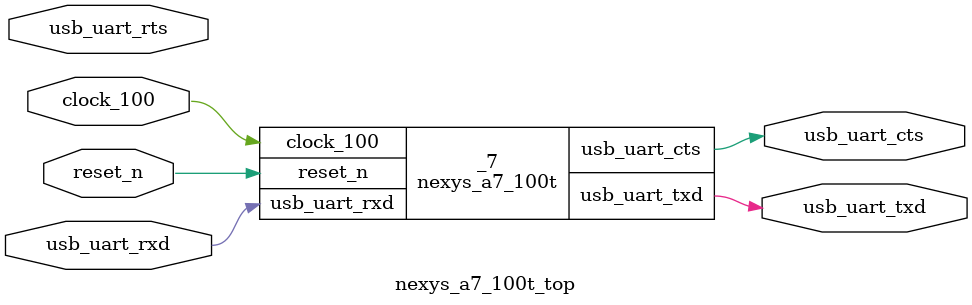
<source format=v>
module tracer (
    cpu$s,
    cpu$p,
    cpu$y,
    cpu$x,
    cpu$a,
    cpu$pc,
    clear,
    clock,
    ready,
    cpu$fetching,
    rx_start,
    cpu$illegal,
    cpu$mem$addr,
    cpu$mem$data,
    cpu$mem$write,
    cpu$state,
    cpu_enable,
    tx,
    tx_start
);

    input [7:0] cpu$s;
    input [7:0] cpu$p;
    input [7:0] cpu$y;
    input [7:0] cpu$x;
    input [7:0] cpu$a;
    input [15:0] cpu$pc;
    input clear;
    input clock;
    input ready;
    input cpu$fetching;
    input rx_start;
    input cpu$illegal;
    input [15:0] cpu$mem$addr;
    input [7:0] cpu$mem$data;
    input cpu$mem$write;
    input [5:0] cpu$state;
    output cpu_enable;
    output [7:0] tx;
    output tx_start;

    wire _48;
    reg _50;
    wire tx_start_0;
    wire [7:0] _246;
    wire [7:0] _245;
    wire [7:0] _244;
    wire [7:0] _243;
    wire [7:0] _242;
    wire [7:0] _240;
    wire [7:0] _238;
    wire [7:0] _235;
    wire [7:0] _229;
    wire [7:0] _226;
    wire [7:0] _223;
    wire [7:0] _222;
    wire [7:0] _221;
    wire [7:0] _219;
    wire [7:0] _217;
    wire [7:0] _216;
    wire [7:0] _215;
    wire [7:0] _214;
    wire [7:0] _213;
    wire [7:0] _212;
    wire [7:0] _211;
    wire [7:0] _210;
    wire [7:0] _209;
    wire [7:0] _208;
    wire [3:0] _206;
    wire [3:0] _102;
    wire _166;
    wire [3:0] _167;
    wire _133;
    wire [3:0] _134;
    wire _125;
    wire [3:0] _126;
    wire _117;
    wire [3:0] _118;
    wire [3:0] _106;
    wire [3:0] _107;
    reg [3:0] _104;
    wire [3:0] _95;
    wire _105;
    wire [3:0] _108;
    wire _92;
    wire _91;
    wire _90;
    wire _88;
    wire _89;
    wire _86;
    wire _87;
    wire _83;
    wire _84;
    wire _85;
    wire _80;
    wire _81;
    wire _82;
    wire _77;
    wire _76;
    wire _78;
    wire _75;
    wire _79;
    wire [7:0] _93;
    wire _94;
    wire [3:0] _109;
    wire [16:0] _59;
    wire _62;
    wire [15:0] _61;
    wire [16:0] _63;
    wire [1:0] _53;
    wire [16:0] _57;
    reg [16:0] _65;
    wire [16:0] _3;
    reg [16:0] _60;
    wire _71;
    wire [2:0] _70;
    wire [3:0] _72;
    wire [3:0] _69;
    reg [3:0] _111;
    wire [3:0] _4;
    reg [3:0] _67;
    wire _115;
    wire [2:0] _114;
    wire [3:0] _116;
    wire [3:0] _113;
    reg [3:0] _119;
    wire [3:0] _5;
    reg [3:0] _97;
    wire _123;
    wire [2:0] _122;
    wire [3:0] _124;
    wire [3:0] _121;
    reg [3:0] _127;
    wire [3:0] _6;
    reg [3:0] _99;
    wire _131;
    wire [2:0] _130;
    wire [3:0] _132;
    wire [3:0] _129;
    reg [3:0] _135;
    wire [3:0] _7;
    reg [3:0] _101;
    wire _164;
    wire [2:0] _163;
    wire [3:0] _165;
    wire [3:0] _162;
    wire [2:0] _157;
    wire [2:0] _73;
    wire [2:0] _137;
    wire [2:0] _138;
    reg [2:0] _139;
    wire [2:0] _8;
    reg [2:0] _74;
    wire _158;
    wire [1:0] _159;
    wire [1:0] _110;
    wire [4:0] _154;
    wire [4:0] _141;
    wire [4:0] _143;
    wire [4:0] _144;
    reg [4:0] _145;
    wire [4:0] _9;
    reg [4:0] _142;
    wire _155;
    wire [1:0] _156;
    wire [1:0] _64;
    wire _149;
    wire _150;
    reg _152;
    wire start_bcd;
    wire [1:0] _153;
    reg [1:0] _160;
    wire [1:0] _11;
    (* fsm_encoding="one_hot" *)
    reg [1:0] _52;
    reg [3:0] _168;
    wire [3:0] _12;
    reg [3:0] _103;
    wire [3:0] _199;
    wire [7:0] _14;
    wire [3:0] _198;
    wire [3:0] _194;
    wire [7:0] _16;
    wire [3:0] _193;
    wire [3:0] _189;
    wire [7:0] _18;
    wire [3:0] _188;
    wire [3:0] _184;
    wire [7:0] _20;
    wire [3:0] _183;
    wire [3:0] _179;
    wire [7:0] _22;
    wire [3:0] _178;
    wire [3:0] _174;
    wire [3:0] _173;
    wire [3:0] _172;
    wire [15:0] _24;
    wire [3:0] _171;
    reg [3:0] _207;
    reg [7:0] _224;
    reg [7:0] _247;
    wire _275;
    wire _276;
    wire _277;
    wire _274;
    wire [1:0] _269;
    wire [5:0] _251;
    wire [5:0] _169;
    wire [5:0] _253;
    wire [5:0] _254;
    wire [5:0] _255;
    wire [5:0] _256;
    wire [5:0] _257;
    wire [5:0] _249;
    wire [5:0] _250;
    reg [5:0] _258;
    wire [5:0] _26;
    reg [5:0] step;
    wire _252;
    wire [1:0] _270;
    wire [1:0] _271;
    wire gnd;
    wire _259;
    wire vdd;
    wire _260;
    reg _261;
    wire _27;
    reg sent;
    wire [1:0] _272;
    wire [14:0] _146;
    wire [15:0] _54;
    wire _29;
    wire _31;
    wire [15:0] _262;
    wire [15:0] _263;
    wire [15:0] _264;
    wire [15:0] _32;
    reg [15:0] cycles_;
    wire [14:0] _56;
    wire _147;
    wire _34;
    wire _148;
    wire [1:0] _267;
    wire _36;
    wire [1:0] _268;
    wire _38;
    wire [1:0] _265;
    reg [1:0] _273;
    wire [1:0] _39;
    (* fsm_encoding="one_hot" *)
    reg [1:0] state;
    reg _278;
    wire cpu_enable_0;
    assign _48 = sent ? gnd : vdd;
    always @* begin
        case (state)
        2'b10:
            _50 <= _48;
        default:
            _50 <= gnd;
        endcase
    end
    assign tx_start_0 = _50;
    assign _246 = 8'b00001010;
    assign _245 = 8'b00001101;
    assign _244 = 8'b00111010;
    assign _243 = 8'b01000011;
    assign _242 = 8'b01011001;
    assign _240 = 8'b00100000;
    assign _238 = 8'b01010011;
    assign _235 = 8'b01010000;
    assign _229 = 8'b01011000;
    assign _226 = 8'b01000001;
    assign _223 = 8'b01000110;
    assign _222 = 8'b01000101;
    assign _221 = 8'b01000100;
    assign _219 = 8'b01000010;
    assign _217 = 8'b00111001;
    assign _216 = 8'b00111000;
    assign _215 = 8'b00110111;
    assign _214 = 8'b00110110;
    assign _213 = 8'b00110101;
    assign _212 = 8'b00110100;
    assign _211 = 8'b00110011;
    assign _210 = 8'b00110010;
    assign _209 = 8'b00110001;
    assign _208 = 8'b00110000;
    assign _206 = 4'b1010;
    assign _102 = 4'b0000;
    assign _166 = _93[4:4];
    assign _167 = _166 ? _108 : _103;
    assign _133 = _93[3:3];
    assign _134 = _133 ? _108 : _101;
    assign _125 = _93[2:2];
    assign _126 = _125 ? _108 : _99;
    assign _117 = _93[1:1];
    assign _118 = _117 ? _108 : _97;
    assign _106 = 4'b0011;
    assign _107 = _104 + _106;
    always @* begin
        case (_74)
        0:
            _104 <= _67;
        1:
            _104 <= _97;
        2:
            _104 <= _99;
        3:
            _104 <= _101;
        default:
            _104 <= _103;
        endcase
    end
    assign _95 = 4'b0100;
    assign _105 = _95 < _104;
    assign _108 = _105 ? _107 : _104;
    assign _92 = _88 & _86;
    assign _91 = _88 & _84;
    assign _90 = _88 & _81;
    assign _88 = ~ _75;
    assign _89 = _88 & _78;
    assign _86 = _83 & _80;
    assign _87 = _75 & _86;
    assign _83 = ~ _76;
    assign _84 = _83 & _77;
    assign _85 = _75 & _84;
    assign _80 = ~ _77;
    assign _81 = _76 & _80;
    assign _82 = _75 & _81;
    assign _77 = _74[0:0];
    assign _76 = _74[1:1];
    assign _78 = _76 & _77;
    assign _75 = _74[2:2];
    assign _79 = _75 & _78;
    assign _93 = { _79,
                   _82,
                   _85,
                   _87,
                   _89,
                   _90,
                   _91,
                   _92 };
    assign _94 = _93[0:0];
    assign _109 = _94 ? _108 : _67;
    assign _59 = 17'b00000000000000000;
    assign _62 = 1'b0;
    assign _61 = _60[15:0];
    assign _63 = { _61,
                   _62 };
    assign _53 = 2'b00;
    assign _57 = { _53,
                   _56 };
    always @* begin
        case (_52)
        2'b00:
            _65 <= _57;
        2'b01:
            _65 <= _63;
        default:
            _65 <= _60;
        endcase
    end
    assign _3 = _65;
    always @(posedge _31) begin
        if (_29)
            _60 <= _59;
        else
            _60 <= _3;
    end
    assign _71 = _60[16:16];
    assign _70 = _67[2:0];
    assign _72 = { _70,
                   _71 };
    assign _69 = start_bcd ? _102 : _67;
    always @* begin
        case (_52)
        2'b00:
            _111 <= _69;
        2'b01:
            _111 <= _72;
        2'b10:
            _111 <= _109;
        default:
            _111 <= _67;
        endcase
    end
    assign _4 = _111;
    always @(posedge _31) begin
        if (_29)
            _67 <= _102;
        else
            _67 <= _4;
    end
    assign _115 = _67[3:3];
    assign _114 = _97[2:0];
    assign _116 = { _114,
                    _115 };
    assign _113 = start_bcd ? _102 : _97;
    always @* begin
        case (_52)
        2'b00:
            _119 <= _113;
        2'b01:
            _119 <= _116;
        2'b10:
            _119 <= _118;
        default:
            _119 <= _97;
        endcase
    end
    assign _5 = _119;
    always @(posedge _31) begin
        if (_29)
            _97 <= _102;
        else
            _97 <= _5;
    end
    assign _123 = _97[3:3];
    assign _122 = _99[2:0];
    assign _124 = { _122,
                    _123 };
    assign _121 = start_bcd ? _102 : _99;
    always @* begin
        case (_52)
        2'b00:
            _127 <= _121;
        2'b01:
            _127 <= _124;
        2'b10:
            _127 <= _126;
        default:
            _127 <= _99;
        endcase
    end
    assign _6 = _127;
    always @(posedge _31) begin
        if (_29)
            _99 <= _102;
        else
            _99 <= _6;
    end
    assign _131 = _99[3:3];
    assign _130 = _101[2:0];
    assign _132 = { _130,
                    _131 };
    assign _129 = start_bcd ? _102 : _101;
    always @* begin
        case (_52)
        2'b00:
            _135 <= _129;
        2'b01:
            _135 <= _132;
        2'b10:
            _135 <= _134;
        default:
            _135 <= _101;
        endcase
    end
    assign _7 = _135;
    always @(posedge _31) begin
        if (_29)
            _101 <= _102;
        else
            _101 <= _7;
    end
    assign _164 = _101[3:3];
    assign _163 = _103[2:0];
    assign _165 = { _163,
                    _164 };
    assign _162 = start_bcd ? _102 : _103;
    assign _157 = 3'b100;
    assign _73 = 3'b000;
    assign _137 = 3'b001;
    assign _138 = _74 + _137;
    always @* begin
        case (_52)
        2'b01:
            _139 <= _73;
        2'b10:
            _139 <= _138;
        default:
            _139 <= _74;
        endcase
    end
    assign _8 = _139;
    always @(posedge _31) begin
        if (_29)
            _74 <= _73;
        else
            _74 <= _8;
    end
    assign _158 = _74 == _157;
    assign _159 = _158 ? _64 : _52;
    assign _110 = 2'b10;
    assign _154 = 5'b10000;
    assign _141 = 5'b00000;
    assign _143 = 5'b00001;
    assign _144 = _142 + _143;
    always @* begin
        case (_52)
        2'b00:
            _145 <= _141;
        2'b01:
            _145 <= _144;
        default:
            _145 <= _142;
        endcase
    end
    assign _9 = _145;
    always @(posedge _31) begin
        if (_29)
            _142 <= _141;
        else
            _142 <= _9;
    end
    assign _155 = _142 == _154;
    assign _156 = _155 ? _53 : _110;
    assign _64 = 2'b01;
    assign _149 = _148 ? vdd : gnd;
    assign _150 = _36 ? _149 : gnd;
    always @* begin
        case (state)
        2'b01:
            _152 <= _150;
        default:
            _152 <= gnd;
        endcase
    end
    assign start_bcd = _152;
    assign _153 = start_bcd ? _64 : _52;
    always @* begin
        case (_52)
        2'b00:
            _160 <= _153;
        2'b01:
            _160 <= _156;
        2'b10:
            _160 <= _159;
        default:
            _160 <= _52;
        endcase
    end
    assign _11 = _160;
    always @(posedge _31) begin
        if (_29)
            _52 <= _53;
        else
            _52 <= _11;
    end
    always @* begin
        case (_52)
        2'b00:
            _168 <= _162;
        2'b01:
            _168 <= _165;
        2'b10:
            _168 <= _167;
        default:
            _168 <= _103;
        endcase
    end
    assign _12 = _168;
    always @(posedge _31) begin
        if (_29)
            _103 <= _102;
        else
            _103 <= _12;
    end
    assign _199 = _14[3:0];
    assign _14 = cpu$s;
    assign _198 = _14[7:4];
    assign _194 = _16[3:0];
    assign _16 = cpu$p;
    assign _193 = _16[7:4];
    assign _189 = _18[3:0];
    assign _18 = cpu$y;
    assign _188 = _18[7:4];
    assign _184 = _20[3:0];
    assign _20 = cpu$x;
    assign _183 = _20[7:4];
    assign _179 = _22[3:0];
    assign _22 = cpu$a;
    assign _178 = _22[7:4];
    assign _174 = _24[3:0];
    assign _173 = _24[7:4];
    assign _172 = _24[11:8];
    assign _24 = cpu$pc;
    assign _171 = _24[15:12];
    always @* begin
        case (step)
        0:
            _207 <= _171;
        1:
            _207 <= _172;
        2:
            _207 <= _173;
        3:
            _207 <= _174;
        4:
            _207 <= _206;
        5:
            _207 <= _206;
        6:
            _207 <= _206;
        7:
            _207 <= _178;
        8:
            _207 <= _179;
        9:
            _207 <= _206;
        10:
            _207 <= _206;
        11:
            _207 <= _206;
        12:
            _207 <= _183;
        13:
            _207 <= _184;
        14:
            _207 <= _206;
        15:
            _207 <= _206;
        16:
            _207 <= _206;
        17:
            _207 <= _188;
        18:
            _207 <= _189;
        19:
            _207 <= _206;
        20:
            _207 <= _206;
        21:
            _207 <= _206;
        22:
            _207 <= _193;
        23:
            _207 <= _194;
        24:
            _207 <= _206;
        25:
            _207 <= _206;
        26:
            _207 <= _206;
        27:
            _207 <= _198;
        28:
            _207 <= _199;
        29:
            _207 <= _206;
        30:
            _207 <= _206;
        31:
            _207 <= _206;
        32:
            _207 <= _206;
        33:
            _207 <= _206;
        34:
            _207 <= _103;
        35:
            _207 <= _101;
        36:
            _207 <= _99;
        37:
            _207 <= _97;
        38:
            _207 <= _67;
        39:
            _207 <= _206;
        default:
            _207 <= _206;
        endcase
    end
    always @* begin
        case (_207)
        0:
            _224 <= _208;
        1:
            _224 <= _209;
        2:
            _224 <= _210;
        3:
            _224 <= _211;
        4:
            _224 <= _212;
        5:
            _224 <= _213;
        6:
            _224 <= _214;
        7:
            _224 <= _215;
        8:
            _224 <= _216;
        9:
            _224 <= _217;
        10:
            _224 <= _226;
        11:
            _224 <= _219;
        12:
            _224 <= _243;
        13:
            _224 <= _221;
        14:
            _224 <= _222;
        default:
            _224 <= _223;
        endcase
    end
    always @* begin
        case (step)
        0:
            _247 <= _224;
        1:
            _247 <= _224;
        2:
            _247 <= _224;
        3:
            _247 <= _224;
        4:
            _247 <= _240;
        5:
            _247 <= _226;
        6:
            _247 <= _244;
        7:
            _247 <= _224;
        8:
            _247 <= _224;
        9:
            _247 <= _240;
        10:
            _247 <= _229;
        11:
            _247 <= _244;
        12:
            _247 <= _224;
        13:
            _247 <= _224;
        14:
            _247 <= _240;
        15:
            _247 <= _242;
        16:
            _247 <= _244;
        17:
            _247 <= _224;
        18:
            _247 <= _224;
        19:
            _247 <= _240;
        20:
            _247 <= _235;
        21:
            _247 <= _244;
        22:
            _247 <= _224;
        23:
            _247 <= _224;
        24:
            _247 <= _240;
        25:
            _247 <= _238;
        26:
            _247 <= _244;
        27:
            _247 <= _224;
        28:
            _247 <= _224;
        29:
            _247 <= _240;
        30:
            _247 <= _243;
        31:
            _247 <= _242;
        32:
            _247 <= _243;
        33:
            _247 <= _244;
        34:
            _247 <= _224;
        35:
            _247 <= _224;
        36:
            _247 <= _224;
        37:
            _247 <= _224;
        38:
            _247 <= _224;
        39:
            _247 <= _245;
        default:
            _247 <= _246;
        endcase
    end
    assign _275 = _252 ? vdd : gnd;
    assign _276 = _34 ? _275 : gnd;
    assign _277 = sent ? _276 : gnd;
    assign _274 = _36 ? gnd : vdd;
    assign _269 = 2'b11;
    assign _251 = 6'b101000;
    assign _169 = 6'b000000;
    assign _253 = 6'b000001;
    assign _254 = step + _253;
    assign _255 = _252 ? step : _254;
    assign _256 = _34 ? _255 : step;
    assign _257 = sent ? _256 : step;
    assign _249 = _148 ? _169 : step;
    assign _250 = _36 ? _249 : step;
    always @* begin
        case (state)
        2'b01:
            _258 <= _250;
        2'b10:
            _258 <= _257;
        default:
            _258 <= step;
        endcase
    end
    assign _26 = _258;
    always @(posedge _31) begin
        if (_29)
            step <= _169;
        else
            step <= _26;
    end
    assign _252 = step == _251;
    assign _270 = _252 ? _269 : state;
    assign _271 = _34 ? _270 : state;
    assign gnd = 1'b0;
    assign _259 = _34 ? gnd : sent;
    assign vdd = 1'b1;
    assign _260 = sent ? _259 : vdd;
    always @* begin
        case (state)
        2'b10:
            _261 <= _260;
        default:
            _261 <= sent;
        endcase
    end
    assign _27 = _261;
    always @(posedge _31) begin
        if (_29)
            sent <= _62;
        else
            sent <= _27;
    end
    assign _272 = sent ? _271 : state;
    assign _146 = 15'b110011110111010;
    assign _54 = 16'b0000000000000000;
    assign _29 = clear;
    assign _31 = clock;
    assign _262 = 16'b0000000000000001;
    assign _263 = cycles_ + _262;
    assign _264 = cpu_enable_0 ? _263 : cycles_;
    assign _32 = _264;
    always @(posedge _31) begin
        if (_29)
            cycles_ <= _54;
        else
            cycles_ <= _32;
    end
    assign _56 = cycles_[15:1];
    assign _147 = _56 < _146;
    assign _34 = ready;
    assign _148 = _34 & _147;
    assign _267 = _148 ? _110 : state;
    assign _36 = cpu$fetching;
    assign _268 = _36 ? _267 : state;
    assign _38 = rx_start;
    assign _265 = _38 ? _64 : state;
    always @* begin
        case (state)
        2'b00:
            _273 <= _265;
        2'b01:
            _273 <= _268;
        2'b10:
            _273 <= _272;
        2'b11:
            _273 <= _64;
        default:
            _273 <= state;
        endcase
    end
    assign _39 = _273;
    always @(posedge _31) begin
        if (_29)
            state <= _53;
        else
            state <= _39;
    end
    always @* begin
        case (state)
        2'b01:
            _278 <= _274;
        2'b10:
            _278 <= _277;
        2'b11:
            _278 <= vdd;
        default:
            _278 <= gnd;
        endcase
    end
    assign cpu_enable_0 = _278;
    assign cpu_enable = cpu_enable_0;
    assign tx = _247;
    assign tx_start = tx_start_0;

endmodule
module cpu (
    enable,
    clear,
    clock,
    data,
    irq,
    nmi,
    mem$addr,
    mem$data,
    mem$write,
    state,
    fetching,
    pc,
    a,
    s,
    x,
    y,
    p,
    illegal
);

    input enable;
    input clear;
    input clock;
    input [7:0] data;
    input irq;
    input nmi;
    output [15:0] mem$addr;
    output [7:0] mem$data;
    output mem$write;
    output [5:0] state;
    output fetching;
    output [15:0] pc;
    output [7:0] a;
    output [7:0] s;
    output [7:0] x;
    output [7:0] y;
    output [7:0] p;
    output illegal;

    wire _54;
    wire [1:0] _59;
    wire [7:0] _68;
    wire _80;
    wire _91;
    reg _92;
    wire mem_port$write;
    wire [7:0] _121;
    wire [7:0] _120;
    wire [7:0] _118;
    wire [7:0] _117;
    wire [7:0] _115;
    wire _102;
    wire _100;
    reg _98;
    reg _104;
    wire _12;
    reg flags$i;
    wire _109;
    wire _108;
    reg _107;
    reg _110;
    wire _13;
    reg flags$d;
    wire [7:0] _114;
    wire [7:0] _116;
    wire [7:0] _112;
    wire [7:0] _111;
    reg [7:0] _122;
    wire [7:0] mem_port$data;
    wire [15:0] _1929;
    wire [15:0] _1927;
    wire [15:0] _1926;
    wire [15:0] _1924;
    reg [15:0] _1928;
    wire [15:0] _1922;
    wire [15:0] _1921;
    wire [15:0] _1919;
    wire [1:0] _127;
    wire [1:0] _125;
    reg [1:0] _129;
    reg [1:0] _130;
    wire [1:0] _16;
    reg [1:0] interrupt_type$binary_variant = 2'b00;
    reg [15:0] _1923;
    wire [7:0] _1917;
    wire [15:0] stack_addr;
    wire [7:0] _1915;
    wire [15:0] _1916;
    wire [15:0] _1914;
    wire [15:0] _1912;
    wire [15:0] _1910;
    wire [15:0] _1908;
    wire [15:0] _1906;
    wire [7:0] _266;
    reg [7:0] _261;
    reg [7:0] _271;
    wire [7:0] _17;
    reg [7:0] addr_high;
    wire [15:0] effective_addr;
    wire [15:0] _1903;
    wire [5:0] _52;
    wire [5:0] _900;
    wire [5:0] _896;
    wire [5:0] _90;
    wire [5:0] _89;
    wire [5:0] _103;
    wire [5:0] _1140;
    wire [5:0] _893;
    wire [5:0] _355;
    wire [5:0] _101;
    wire [5:0] _891;
    wire [5:0] _888;
    wire [5:0] _354;
    wire [5:0] _886;
    wire [5:0] _85;
    wire [5:0] _84;
    wire [5:0] _882;
    wire [5:0] _353;
    wire [5:0] _1899;
    wire [7:0] _347;
    wire _340;
    wire [1:0] _341;
    wire [3:0] _342;
    wire [7:0] _343;
    wire [15:0] _344;
    wire [15:0] _898;
    wire [15:0] _899;
    wire [15:0] _895;
    wire [15:0] _892;
    wire [15:0] _889;
    wire [15:0] _890;
    wire [15:0] _887;
    wire [15:0] _885;
    wire [15:0] _881;
    wire [15:0] _880;
    wire [7:0] _350;
    wire [7:0] _351;
    wire [7:0] _338;
    wire [7:0] _335;
    wire [7:0] _332;
    wire [7:0] _327;
    wire [7:0] _320;
    wire [7:0] _313;
    wire [7:0] _306;
    wire [7:0] _299;
    wire [7:0] _292;
    wire [7:0] _284;
    wire [7:0] _277;
    reg [7:0] _331;
    reg [7:0] _356;
    wire [7:0] _18;
    reg [7:0] pointer;
    wire [15:0] _877;
    wire [15:0] _876;
    wire [15:0] _874;
    wire [15:0] _870;
    wire [15:0] _867;
    wire [15:0] _864;
    wire [15:0] _861;
    wire [15:0] _858;
    wire [15:0] _855;
    wire [15:0] _853;
    wire [15:0] _851;
    wire [15:0] _849;
    wire [15:0] _847;
    wire [15:0] _845;
    wire [15:0] _843;
    wire [15:0] _841;
    wire [15:0] _838;
    wire [15:0] _835;
    wire [15:0] _832;
    wire [15:0] _829;
    wire [15:0] _826;
    wire [15:0] _823;
    wire [15:0] _821;
    wire [15:0] _819;
    wire [15:0] _817;
    wire [15:0] _815;
    wire [15:0] _813;
    wire [15:0] _810;
    wire [15:0] _808;
    wire [15:0] _805;
    wire [15:0] _802;
    wire [15:0] _799;
    wire [15:0] _796;
    wire [15:0] _793;
    wire [15:0] _790;
    wire [15:0] _787;
    wire [15:0] _785;
    wire [15:0] _783;
    wire [15:0] _781;
    wire [15:0] _779;
    wire [15:0] _777;
    wire [15:0] _775;
    wire [15:0] _773;
    wire [15:0] _770;
    wire [15:0] _767;
    wire [15:0] _764;
    wire [15:0] _761;
    wire [15:0] _758;
    wire [15:0] _755;
    wire [15:0] _753;
    wire [15:0] _751;
    wire [15:0] _749;
    wire [15:0] _747;
    wire [15:0] _745;
    wire [15:0] _742;
    wire [15:0] _740;
    wire [15:0] _737;
    wire [15:0] _734;
    wire [15:0] _731;
    wire [15:0] _728;
    wire [15:0] _725;
    wire [15:0] _722;
    wire [15:0] _720;
    wire [15:0] _718;
    wire [15:0] _716;
    wire [15:0] _714;
    wire [15:0] _712;
    wire [15:0] _710;
    wire [15:0] _708;
    wire [15:0] _705;
    wire [15:0] _702;
    wire [15:0] _699;
    wire [15:0] _696;
    wire [15:0] _693;
    wire [15:0] _690;
    wire [15:0] _688;
    wire [15:0] _686;
    wire [15:0] _684;
    wire [15:0] _682;
    wire [15:0] _680;
    wire [15:0] _677;
    wire [15:0] _675;
    wire [15:0] _672;
    wire [15:0] _669;
    wire [15:0] _666;
    wire [15:0] _663;
    wire [15:0] _660;
    wire [15:0] _657;
    wire [15:0] _655;
    wire [15:0] _653;
    wire [15:0] _651;
    wire [15:0] _649;
    wire [15:0] _647;
    wire [15:0] _645;
    wire [15:0] _643;
    wire [15:0] _640;
    wire [15:0] _637;
    wire [15:0] _634;
    wire [15:0] _631;
    wire [15:0] _628;
    wire [15:0] _626;
    wire [15:0] _624;
    wire [15:0] _622;
    wire [15:0] _620;
    wire [15:0] _618;
    wire [15:0] _615;
    wire [15:0] _613;
    wire [15:0] _610;
    wire [15:0] _607;
    wire [15:0] _604;
    wire [15:0] _601;
    wire [15:0] _598;
    wire [15:0] _595;
    wire [15:0] _592;
    wire [15:0] _590;
    wire [15:0] _588;
    wire [15:0] _586;
    wire [15:0] _584;
    wire [15:0] _582;
    wire [15:0] _580;
    wire [15:0] _578;
    wire [15:0] _575;
    wire [15:0] _572;
    wire [15:0] _569;
    wire [15:0] _566;
    wire [15:0] _563;
    wire [15:0] _560;
    wire [15:0] _558;
    wire [15:0] _556;
    wire [15:0] _554;
    wire [15:0] _552;
    wire [15:0] _550;
    wire [15:0] _548;
    wire [15:0] _545;
    wire [15:0] _542;
    wire [15:0] _539;
    wire [15:0] _536;
    wire [15:0] _533;
    wire [15:0] _530;
    wire [15:0] _528;
    wire [15:0] _526;
    wire [15:0] _524;
    wire [15:0] _522;
    wire [15:0] _520;
    wire [15:0] _518;
    wire [15:0] _516;
    wire [15:0] _513;
    wire [15:0] _510;
    wire [15:0] _507;
    wire [15:0] _505;
    wire [15:0] _502;
    wire [15:0] _499;
    wire [15:0] _497;
    wire [15:0] _495;
    wire [15:0] _493;
    wire [15:0] _491;
    wire [15:0] _489;
    wire [15:0] _487;
    wire [15:0] _484;
    wire [15:0] _481;
    wire [15:0] _478;
    wire [15:0] _475;
    wire [15:0] _472;
    wire [15:0] _469;
    wire [15:0] _467;
    wire [15:0] _465;
    wire [15:0] _463;
    wire [15:0] _461;
    wire [15:0] _459;
    wire [15:0] _457;
    wire [15:0] _455;
    wire [15:0] _452;
    wire [15:0] _449;
    wire [15:0] _446;
    wire [15:0] _443;
    wire [15:0] _440;
    wire [15:0] _437;
    wire [15:0] _435;
    wire [15:0] _433;
    wire [15:0] _431;
    wire [15:0] _429;
    wire [15:0] _427;
    wire [15:0] _425;
    wire [15:0] _422;
    wire [15:0] _419;
    wire [15:0] _416;
    wire [15:0] _413;
    wire [15:0] _410;
    wire [15:0] _407;
    wire [15:0] _404;
    wire [15:0] _402;
    wire [15:0] _400;
    wire [15:0] _398;
    wire [15:0] _396;
    wire [15:0] _394;
    wire [15:0] _392;
    wire [15:0] _390;
    wire [15:0] _387;
    wire [15:0] _384;
    wire [15:0] _381;
    wire [15:0] _378;
    wire [15:0] _375;
    wire [15:0] _372;
    wire [15:0] _370;
    wire [15:0] _368;
    wire [15:0] _366;
    wire [15:0] _364;
    wire [15:0] _362;
    wire [15:0] _360;
    reg [15:0] _872;
    wire [15:0] _358;
    reg [15:0] _901;
    wire [15:0] _19;
    reg [15:0] pc_0;
    wire [15:0] _345;
    wire [7:0] _346;
    wire _348;
    wire _349;
    wire [5:0] _1900;
    wire [5:0] _1898;
    wire [5:0] _269;
    wire [5:0] _268;
    wire [5:0] _336;
    wire [5:0] _267;
    wire [5:0] _1897;
    wire [5:0] _83;
    wire [5:0] _1893;
    wire [5:0] _82;
    wire [5:0] _1762;
    wire [5:0] _1891;
    wire [5:0] _1892;
    wire rw;
    wire [5:0] _1894;
    wire [5:0] _1895;
    wire _326;
    wire [5:0] _1887;
    wire _1141;
    wire _1139;
    wire _1137;
    wire _1132;
    wire _1114;
    wire _1107;
    wire _1097;
    wire _1090;
    wire _1076;
    wire _1064;
    wire _1061;
    wire _1058;
    wire _1055;
    wire _1052;
    wire _1049;
    wire _1046;
    wire _1035;
    wire _1026;
    wire _1020;
    wire _1017;
    wire _1005;
    wire _1001;
    wire _998;
    wire _995;
    wire _992;
    wire _989;
    wire _985;
    wire _975;
    wire _965;
    wire _955;
    wire _952;
    wire _948;
    reg _1134;
    wire _1135;
    wire _935;
    wire _930;
    wire _925;
    wire _920;
    wire _917;
    wire _914;
    wire _911;
    wire _908;
    wire _905;
    reg _1136;
    reg _1142;
    wire _20;
    reg flags$z;
    wire _319;
    wire [5:0] _1883;
    wire _312;
    wire [5:0] _1880;
    wire _305;
    wire [5:0] _1877;
    wire _298;
    wire [5:0] _1873;
    wire [5:0] _270;
    wire [5:0] _1273;
    wire [5:0] _1257;
    wire _1184;
    wire _1183;
    wire _1177;
    wire _1176;
    wire _1178;
    wire _1173;
    wire _1172;
    wire _1174;
    wire _1175;
    wire _1179;
    wire _1169;
    wire _1168;
    wire _1170;
    wire _1165;
    wire _1164;
    wire _1166;
    wire _1167;
    wire _1171;
    wire _1162;
    wire _1161;
    wire _1163;
    wire _1158;
    wire _1157;
    wire _1159;
    wire _1154;
    wire _1153;
    wire _1155;
    wire _1156;
    wire _1160;
    wire _1152;
    wire _1149;
    wire _1148;
    wire _1150;
    wire _1145;
    wire _1144;
    wire _1146;
    wire _1147;
    wire _1151;
    reg _1180;
    wire _1181;
    reg _1182;
    reg _1185;
    wire _21;
    reg flags$v;
    wire _291;
    wire [5:0] _1867;
    wire [5:0] _878;
    wire [5:0] _86;
    wire [5:0] _1262;
    wire _283;
    wire [5:0] _1861;
    wire [5:0] _1276;
    wire [5:0] _1858;
    wire [5:0] _263;
    wire [5:0] _1294;
    wire [5:0] _339;
    wire [5:0] _352;
    wire _1849;
    wire _1848;
    wire _1847;
    wire _1843;
    wire _1842;
    wire _1841;
    wire _1840;
    wire _1839;
    wire [7:0] _1074;
    wire _1838;
    wire _1837;
    wire _1836;
    wire _1835;
    wire _1834;
    wire _1833;
    wire _1832;
    wire _1831;
    wire _1830;
    wire _1829;
    wire _1828;
    wire _1827;
    wire _1826;
    wire _1825;
    wire _1824;
    wire _1823;
    wire _1822;
    wire _1821;
    wire [7:0] _983;
    wire _1820;
    wire [7:0] _973;
    wire _1819;
    wire [7:0] _963;
    wire _1818;
    wire _1817;
    wire _1816;
    wire _1815;
    reg _1844;
    wire _1845;
    wire _1814;
    wire _1813;
    wire _1812;
    wire _1811;
    wire _1810;
    wire _1809;
    wire _1808;
    wire _1807;
    reg [7:0] _1802;
    wire [7:0] _1803;
    wire [7:0] _923;
    wire [7:0] _1130;
    wire [7:0] _1112;
    wire [7:0] _1105;
    wire [7:0] _1095;
    wire [7:0] _1088;
    wire [6:0] _1023;
    wire [7:0] _1024;
    wire [7:0] _1015;
    wire [7:0] _1003;
    wire [7:0] _987;
    wire [7:0] _946;
    reg [7:0] _1798;
    wire [7:0] _1799;
    wire [7:0] _1193;
    wire [7:0] _1189;
    wire [7:0] _1188;
    reg [7:0] _1190;
    wire [7:0] _1187;
    wire [7:0] _1191;
    reg [7:0] _1194;
    wire [7:0] _22;
    reg [7:0] h;
    wire [6:0] _1110;
    wire [7:0] _1111;
    wire [6:0] _1102;
    wire [7:0] _1103;
    wire [6:0] _1099;
    wire [7:0] _1101;
    wire [7:0] _1104;
    wire [6:0] _1092;
    wire [7:0] _1094;
    wire [7:0] _1791;
    wire [6:0] _1788;
    wire [7:0] _1789;
    wire [7:0] _1792;
    wire _1241;
    wire _1240;
    wire _1127;
    wire [8:0] _1126;
    wire [9:0] _1128;
    wire [7:0] _1121;
    wire [6:0] _1118;
    wire [7:0] _1119;
    wire [7:0] _1122;
    wire [8:0] _1123;
    wire [8:0] _1116;
    wire [8:0] _1124;
    wire [9:0] _1125;
    wire [9:0] _1129;
    wire [1:0] _1233;
    wire _1235;
    wire _1236;
    wire _1232;
    wire _1231;
    wire _1230;
    wire [9:0] _1086;
    wire [7:0] _1080;
    wire [7:0] _1081;
    wire [8:0] _1082;
    wire [8:0] _1078;
    wire [8:0] _1083;
    wire [9:0] _1084;
    wire [9:0] _1087;
    wire [1:0] _1226;
    wire _1228;
    wire _1229;
    wire [8:0] _1072;
    wire [8:0] _1070;
    wire [7:0] _1067;
    wire [7:0] _1068;
    wire [8:0] _1069;
    wire [8:0] _1071;
    wire [8:0] _1073;
    wire [8:0] _1223;
    wire _1224;
    wire _1225;
    wire _1222;
    wire _1221;
    wire _1220;
    wire _1219;
    wire [8:0] _1216;
    wire _1217;
    wire _1218;
    wire [7:0] _1032;
    wire [6:0] _1029;
    wire [7:0] _1030;
    wire [7:0] _1033;
    wire _1215;
    wire [7:0] and_;
    wire _1214;
    wire [9:0] _1013;
    wire [7:0] _1008;
    wire [8:0] _1009;
    wire [8:0] _1007;
    wire [8:0] _1010;
    wire [9:0] _1011;
    wire [9:0] _1014;
    wire [1:0] _1210;
    wire _1212;
    wire _1213;
    wire [8:0] _981;
    wire [7:0] _977;
    wire [8:0] _978;
    wire [8:0] _980;
    wire [8:0] _982;
    wire [8:0] _1207;
    wire _1208;
    wire _1209;
    wire [8:0] _971;
    wire [7:0] _967;
    wire [8:0] _968;
    wire [8:0] _970;
    wire [8:0] _972;
    wire [8:0] _1204;
    wire _1205;
    wire _1206;
    wire [8:0] _961;
    wire [7:0] _957;
    wire [8:0] _958;
    wire [8:0] _960;
    wire [8:0] _962;
    wire [8:0] _1201;
    wire _1202;
    wire _1203;
    wire [9:0] _944;
    wire [8:0] _940;
    wire [8:0] _939;
    wire [8:0] _941;
    wire [9:0] _942;
    wire [9:0] _945;
    wire [1:0] _1197;
    wire _1199;
    wire _1200;
    reg _1237;
    wire _1238;
    reg _1239;
    reg _1242;
    wire _23;
    reg flags$c;
    wire [7:0] _1785;
    wire [6:0] _1781;
    wire [7:0] _1783;
    wire [7:0] _1786;
    wire [6:0] _1779;
    wire [7:0] _1780;
    wire [7:0] _1777;
    wire [7:0] _1775;
    wire [6:0] _1771;
    wire [7:0] _1773;
    wire [7:0] _1769;
    reg [7:0] _1796;
    wire [7:0] _24;
    reg [7:0] _1765;
    wire w;
    wire _1759;
    wire _1754;
    wire _1755;
    wire _1756;
    wire _25;
    reg _1309;
    wire _1307;
    wire [8:0] _1296;
    wire [7:0] _1304;
    wire [8:0] _1300;
    wire [8:0] _1299;
    wire [8:0] _1301;
    wire [7:0] _1302;
    wire [7:0] _1298;
    wire [7:0] _1041;
    wire [8:0] _1042;
    wire [7:0] _1037;
    wire [8:0] _1038;
    wire [8:0] _1040;
    wire [8:0] _1043;
    wire [7:0] _1044;
    reg [7:0] _1247;
    reg [7:0] _1248;
    wire [7:0] operand;
    reg [7:0] _1284;
    wire [7:0] _1285;
    wire [7:0] _933;
    wire [7:0] _928;
    wire [7:0] _1282;
    wire [7:0] _1280;
    wire [7:0] _1278;
    wire [7:0] _1275;
    wire [7:0] _1272;
    wire [7:0] _1270;
    wire [7:0] _1268;
    wire [7:0] _1266;
    wire [7:0] _1264;
    wire [7:0] _1261;
    wire [7:0] _1259;
    wire [7:0] _1256;
    wire [7:0] _1254;
    wire [7:0] _1252;
    reg [7:0] _1250;
    reg [7:0] _1283;
    wire [7:0] _27;
    reg [7:0] regs$s;
    reg [7:0] _1286;
    reg [7:0] _1287;
    wire [7:0] _28;
    reg [7:0] regs$x;
    reg [7:0] _1290;
    reg [7:0] _1291;
    wire [7:0] _29;
    reg [7:0] index_reg;
    wire [7:0] _1293;
    reg [7:0] _1292;
    reg [7:0] _1305;
    wire [7:0] _30;
    reg [7:0] addr_low;
    wire [8:0] _1295;
    wire [8:0] _1297;
    wire _1306;
    reg _1310;
    wire index_carry;
    wire _1751;
    wire [2:0] _1748;
    wire [2:0] _1745;
    wire [2:0] _1729;
    wire [5:0] _1603;
    wire [5:0] _1547;
    wire [5:0] _1501;
    wire [5:0] _1405;
    wire [5:0] _1379;
    wire [5:0] _1355;
    reg [5:0] _1709;
    reg [5:0] _1710;
    wire [5:0] _32;
    reg [5:0] op$binary_variant;
    reg [2:0] _1749;
    wire r;
    wire _1752;
    wire _1753;
    wire gnd;
    reg _1711;
    reg _1757;
    wire trigger_execute;
    wire _1760;
    wire vdd;
    reg _1761;
    reg _1763;
    wire execute_unit_enable;
    wire [7:0] _1797;
    wire [7:0] execute_result;
    reg [7:0] _1800;
    reg [7:0] _1801;
    wire [7:0] _36;
    reg [7:0] regs$a;
    reg [7:0] _1804;
    reg [7:0] _1805;
    wire [7:0] _37;
    reg [7:0] regs$y;
    wire [7:0] _903;
    wire _1806;
    reg _1846;
    reg _1850;
    wire _38;
    reg flags$n;
    wire _274;
    wire [5:0] _1855;
    wire [5:0] _88;
    wire _40;
    wire _42;
    wire _44;
    wire [7:0] _46;
    reg [7:0] _1851;
    wire [7:0] _47;
    reg [7:0] instr;
    reg [5:0] _1896;
    wire [5:0] _1852;
    reg [5:0] _1901;
    wire [5:0] _48;
    (* fsm_encoding="one_hot" *)
    reg [5:0] state_0;
    reg [15:0] _1930;
    wire [15:0] mem_port$addr;
    assign _54 = _1501 == state_0;
    assign _59 = 2'b10;
    assign _68 = { flags$n,
                   flags$v,
                   _59,
                   flags$d,
                   flags$i,
                   flags$z,
                   flags$c };
    assign _80 = _1405 == state_0;
    assign _91 = 1'b0;
    always @* begin
        case (state_0)
        6'b000101:
            _92 <= vdd;
        6'b000111:
            _92 <= vdd;
        6'b011000:
            _92 <= vdd;
        6'b011001:
            _92 <= vdd;
        6'b100011:
            _92 <= vdd;
        6'b100100:
            _92 <= vdd;
        6'b101010:
            _92 <= vdd;
        6'b101011:
            _92 <= vdd;
        6'b101100:
            _92 <= vdd;
        default:
            _92 <= _91;
        endcase
    end
    assign mem_port$write = _92;
    assign _121 = 8'b00000000;
    assign _120 = { flags$n,
                    flags$v,
                    _59,
                    flags$d,
                    flags$i,
                    flags$z,
                    flags$c };
    assign _118 = pc_0[7:0];
    assign _117 = pc_0[15:8];
    assign _115 = 8'b00010000;
    assign _102 = _46[2:2];
    assign _100 = _46[2:2];
    always @* begin
        case (instr)
        8'b01011000:
            _98 <= gnd;
        8'b01111000:
            _98 <= vdd;
        default:
            _98 <= flags$i;
        endcase
    end
    always @* begin
        case (state_0)
        6'b000011:
            _104 <= _98;
        6'b100000:
            _104 <= _100;
        6'b101000:
            _104 <= _102;
        6'b101100:
            _104 <= vdd;
        default:
            _104 <= flags$i;
        endcase
    end
    assign _12 = _104;
    always @(posedge _44) begin
        if (_42)
            flags$i <= _91;
        else
            if (_40)
                flags$i <= _12;
    end
    assign _109 = _46[3:3];
    assign _108 = _46[3:3];
    always @* begin
        case (instr)
        8'b11011000:
            _107 <= gnd;
        8'b11111000:
            _107 <= vdd;
        default:
            _107 <= flags$d;
        endcase
    end
    always @* begin
        case (state_0)
        6'b000011:
            _110 <= _107;
        6'b100000:
            _110 <= _108;
        6'b101000:
            _110 <= _109;
        default:
            _110 <= flags$d;
        endcase
    end
    assign _13 = _110;
    always @(posedge _44) begin
        if (_42)
            flags$d <= _91;
        else
            if (_40)
                flags$d <= _13;
    end
    assign _114 = { flags$n,
                    flags$v,
                    _59,
                    flags$d,
                    flags$i,
                    flags$z,
                    flags$c };
    assign _116 = _114 | _115;
    assign _112 = pc_0[7:0];
    assign _111 = pc_0[15:8];
    always @* begin
        case (state_0)
        6'b000101:
            _122 <= execute_result;
        6'b000111:
            _122 <= _46;
        6'b011000:
            _122 <= _111;
        6'b011001:
            _122 <= _112;
        6'b100011:
            _122 <= regs$a;
        6'b100100:
            _122 <= _116;
        6'b101010:
            _122 <= _117;
        6'b101011:
            _122 <= _118;
        6'b101100:
            _122 <= _120;
        default:
            _122 <= _121;
        endcase
    end
    assign mem_port$data = _122;
    assign _1929 = 16'b0000000000000000;
    assign _1927 = 16'b1111111111111111;
    assign _1926 = 16'b1111111111111011;
    assign _1924 = 16'b1111111111111101;
    always @* begin
        case (interrupt_type$binary_variant)
        0:
            _1928 <= _1924;
        1:
            _1928 <= _1927;
        2:
            _1928 <= _1926;
        default:
            _1928 <= _1927;
        endcase
    end
    assign _1922 = 16'b1111111111111110;
    assign _1921 = 16'b1111111111111010;
    assign _1919 = 16'b1111111111111100;
    assign _127 = 2'b00;
    assign _125 = 2'b01;
    always @* begin
        case (instr)
        8'b00000000:
            _129 <= _125;
        default:
            _129 <= interrupt_type$binary_variant;
        endcase
    end
    always @* begin
        case (state_0)
        6'b000000:
            _130 <= _127;
        6'b000011:
            _130 <= _129;
        default:
            _130 <= interrupt_type$binary_variant;
        endcase
    end
    assign _16 = _130;
    always @(posedge _44) begin
        if (_42)
            interrupt_type$binary_variant <= _127;
        else
            if (_40)
                interrupt_type$binary_variant <= _16;
    end
    always @* begin
        case (interrupt_type$binary_variant)
        0:
            _1923 <= _1919;
        1:
            _1923 <= _1922;
        2:
            _1923 <= _1921;
        default:
            _1923 <= _1922;
        endcase
    end
    assign _1917 = 8'b00000001;
    assign stack_addr = { _1917,
                          regs$s };
    assign _1915 = pc_0[7:0];
    assign _1916 = { pointer,
                     _1915 };
    assign _1914 = { _121,
                     pointer };
    assign _1912 = { _121,
                     pointer };
    assign _1910 = { _121,
                     pointer };
    assign _1908 = { _121,
                     pointer };
    assign _1906 = { _121,
                     pointer };
    assign _266 = index_carry ? h : addr_high;
    always @* begin
        case (instr)
        8'b00000100:
            _261 <= _121;
        8'b00000101:
            _261 <= _121;
        8'b00000110:
            _261 <= _121;
        8'b00000111:
            _261 <= _121;
        8'b00010100:
            _261 <= _121;
        8'b00010101:
            _261 <= _121;
        8'b00010110:
            _261 <= _121;
        8'b00010111:
            _261 <= _121;
        8'b00100100:
            _261 <= _121;
        8'b00100101:
            _261 <= _121;
        8'b00100110:
            _261 <= _121;
        8'b00100111:
            _261 <= _121;
        8'b00110100:
            _261 <= _121;
        8'b00110101:
            _261 <= _121;
        8'b00110110:
            _261 <= _121;
        8'b00110111:
            _261 <= _121;
        8'b01000100:
            _261 <= _121;
        8'b01000101:
            _261 <= _121;
        8'b01000110:
            _261 <= _121;
        8'b01000111:
            _261 <= _121;
        8'b01010100:
            _261 <= _121;
        8'b01010101:
            _261 <= _121;
        8'b01010110:
            _261 <= _121;
        8'b01010111:
            _261 <= _121;
        8'b01100100:
            _261 <= _121;
        8'b01100101:
            _261 <= _121;
        8'b01100110:
            _261 <= _121;
        8'b01100111:
            _261 <= _121;
        8'b01110100:
            _261 <= _121;
        8'b01110101:
            _261 <= _121;
        8'b01110110:
            _261 <= _121;
        8'b01110111:
            _261 <= _121;
        8'b10000100:
            _261 <= _121;
        8'b10000101:
            _261 <= _121;
        8'b10000110:
            _261 <= _121;
        8'b10000111:
            _261 <= _121;
        8'b10010100:
            _261 <= _121;
        8'b10010101:
            _261 <= _121;
        8'b10010110:
            _261 <= _121;
        8'b10010111:
            _261 <= _121;
        8'b10100100:
            _261 <= _121;
        8'b10100101:
            _261 <= _121;
        8'b10100110:
            _261 <= _121;
        8'b10100111:
            _261 <= _121;
        8'b10110100:
            _261 <= _121;
        8'b10110101:
            _261 <= _121;
        8'b10110110:
            _261 <= _121;
        8'b10110111:
            _261 <= _121;
        8'b11000100:
            _261 <= _121;
        8'b11000101:
            _261 <= _121;
        8'b11000110:
            _261 <= _121;
        8'b11000111:
            _261 <= _121;
        8'b11010100:
            _261 <= _121;
        8'b11010101:
            _261 <= _121;
        8'b11010110:
            _261 <= _121;
        8'b11010111:
            _261 <= _121;
        8'b11100100:
            _261 <= _121;
        8'b11100101:
            _261 <= _121;
        8'b11100110:
            _261 <= _121;
        8'b11100111:
            _261 <= _121;
        8'b11110100:
            _261 <= _121;
        8'b11110101:
            _261 <= _121;
        8'b11110110:
            _261 <= _121;
        8'b11110111:
            _261 <= _121;
        default:
            _261 <= addr_high;
        endcase
    end
    always @* begin
        case (state_0)
        6'b000011:
            _271 <= _261;
        6'b001000:
            _271 <= _46;
        6'b001010:
            _271 <= _46;
        6'b001011:
            _271 <= _266;
        6'b001110:
            _271 <= _46;
        6'b010000:
            _271 <= _46;
        6'b010100:
            _271 <= _46;
        default:
            _271 <= addr_high;
        endcase
    end
    assign _17 = _271;
    always @(posedge _44) begin
        if (_42)
            addr_high <= _121;
        else
            if (_40)
                addr_high <= _17;
    end
    assign effective_addr = { addr_high,
                              addr_low };
    assign _1903 = { _121,
                     instr };
    assign _52 = 6'b000000;
    assign _900 = 6'b101110;
    assign _896 = 6'b101101;
    assign _90 = 6'b101100;
    assign _89 = 6'b101011;
    assign _103 = 6'b101000;
    assign _1140 = 6'b100110;
    assign _893 = 6'b100010;
    assign _355 = 6'b100001;
    assign _101 = 6'b100000;
    assign _891 = 6'b011110;
    assign _888 = 6'b011101;
    assign _354 = 6'b011100;
    assign _886 = 6'b011010;
    assign _85 = 6'b011001;
    assign _84 = 6'b011000;
    assign _882 = 6'b010110;
    assign _353 = 6'b010101;
    assign _1899 = 6'b010010;
    assign _347 = pc_0[15:8];
    assign _340 = pointer[7:7];
    assign _341 = { _340,
                    _340 };
    assign _342 = { _341,
                    _341 };
    assign _343 = { _342,
                    _342 };
    assign _344 = { _343,
                    pointer };
    assign _898 = { _46,
                    _121 };
    assign _899 = pc_0 | _898;
    assign _895 = { _121,
                    _46 };
    assign _892 = { _46,
                    pointer };
    assign _889 = 16'b0000000000000001;
    assign _890 = pc_0 + _889;
    assign _887 = { _46,
                    pointer };
    assign _885 = { _46,
                    addr_low };
    assign _881 = { _46,
                    pointer };
    assign _880 = pc_0 + _889;
    assign _350 = pc_0[15:8];
    assign _351 = _349 ? _350 : pointer;
    assign _338 = pointer + _1917;
    assign _335 = pointer + _1917;
    assign _332 = pointer + regs$x;
    assign _327 = _326 ? _46 : pointer;
    assign _320 = _319 ? _46 : pointer;
    assign _313 = _312 ? _46 : pointer;
    assign _306 = _305 ? _46 : pointer;
    assign _299 = _298 ? _46 : pointer;
    assign _292 = _291 ? _46 : pointer;
    assign _284 = _283 ? _46 : pointer;
    assign _277 = _274 ? _46 : pointer;
    always @* begin
        case (instr)
        8'b00000001:
            _331 <= _46;
        8'b00000011:
            _331 <= _46;
        8'b00010000:
            _331 <= _277;
        8'b00010001:
            _331 <= _46;
        8'b00010011:
            _331 <= _46;
        8'b00100001:
            _331 <= _46;
        8'b00100011:
            _331 <= _46;
        8'b00110000:
            _331 <= _284;
        8'b00110001:
            _331 <= _46;
        8'b00110011:
            _331 <= _46;
        8'b01000001:
            _331 <= _46;
        8'b01000011:
            _331 <= _46;
        8'b01001100:
            _331 <= _46;
        8'b01010000:
            _331 <= _292;
        8'b01010001:
            _331 <= _46;
        8'b01010011:
            _331 <= _46;
        8'b01100001:
            _331 <= _46;
        8'b01100011:
            _331 <= _46;
        8'b01110000:
            _331 <= _299;
        8'b01110001:
            _331 <= _46;
        8'b01110011:
            _331 <= _46;
        8'b10000001:
            _331 <= _46;
        8'b10000011:
            _331 <= _46;
        8'b10010000:
            _331 <= _306;
        8'b10010001:
            _331 <= _46;
        8'b10010011:
            _331 <= _46;
        8'b10100001:
            _331 <= _46;
        8'b10100011:
            _331 <= _46;
        8'b10110000:
            _331 <= _313;
        8'b10110001:
            _331 <= _46;
        8'b10110011:
            _331 <= _46;
        8'b11000001:
            _331 <= _46;
        8'b11000011:
            _331 <= _46;
        8'b11010000:
            _331 <= _320;
        8'b11010001:
            _331 <= _46;
        8'b11010011:
            _331 <= _46;
        8'b11100001:
            _331 <= _46;
        8'b11100011:
            _331 <= _46;
        8'b11110000:
            _331 <= _327;
        8'b11110001:
            _331 <= _46;
        8'b11110011:
            _331 <= _46;
        default:
            _331 <= pointer;
        endcase
    end
    always @* begin
        case (state_0)
        6'b000011:
            _356 <= _331;
        6'b001100:
            _356 <= _332;
        6'b001101:
            _356 <= _335;
        6'b001111:
            _356 <= _338;
        6'b010001:
            _356 <= _351;
        6'b010101:
            _356 <= _46;
        6'b011100:
            _356 <= _46;
        6'b100001:
            _356 <= _46;
        default:
            _356 <= pointer;
        endcase
    end
    assign _18 = _356;
    always @(posedge _44) begin
        if (_42)
            pointer <= _121;
        else
            if (_40)
                pointer <= _18;
    end
    assign _877 = { _46,
                    pointer };
    assign _876 = pc_0 + _889;
    assign _874 = pc_0 + _889;
    assign _870 = pc_0 + _889;
    assign _867 = pc_0 + _889;
    assign _864 = pc_0 + _889;
    assign _861 = pc_0 + _889;
    assign _858 = pc_0 + _889;
    assign _855 = pc_0 + _889;
    assign _853 = pc_0 + _889;
    assign _851 = pc_0 + _889;
    assign _849 = pc_0 + _889;
    assign _847 = pc_0 + _889;
    assign _845 = pc_0 + _889;
    assign _843 = pc_0 + _889;
    assign _841 = pc_0 + _889;
    assign _838 = pc_0 + _889;
    assign _835 = pc_0 + _889;
    assign _832 = pc_0 + _889;
    assign _829 = pc_0 + _889;
    assign _826 = pc_0 + _889;
    assign _823 = pc_0 + _889;
    assign _821 = pc_0 + _889;
    assign _819 = pc_0 + _889;
    assign _817 = pc_0 + _889;
    assign _815 = pc_0 + _889;
    assign _813 = pc_0 + _889;
    assign _810 = pc_0 + _889;
    assign _808 = pc_0 + _889;
    assign _805 = pc_0 + _889;
    assign _802 = pc_0 + _889;
    assign _799 = pc_0 + _889;
    assign _796 = pc_0 + _889;
    assign _793 = pc_0 + _889;
    assign _790 = pc_0 + _889;
    assign _787 = pc_0 + _889;
    assign _785 = pc_0 + _889;
    assign _783 = pc_0 + _889;
    assign _781 = pc_0 + _889;
    assign _779 = pc_0 + _889;
    assign _777 = pc_0 + _889;
    assign _775 = pc_0 + _889;
    assign _773 = pc_0 + _889;
    assign _770 = pc_0 + _889;
    assign _767 = pc_0 + _889;
    assign _764 = pc_0 + _889;
    assign _761 = pc_0 + _889;
    assign _758 = pc_0 + _889;
    assign _755 = pc_0 + _889;
    assign _753 = pc_0 + _889;
    assign _751 = pc_0 + _889;
    assign _749 = pc_0 + _889;
    assign _747 = pc_0 + _889;
    assign _745 = pc_0 + _889;
    assign _742 = pc_0 + _889;
    assign _740 = pc_0 + _889;
    assign _737 = pc_0 + _889;
    assign _734 = pc_0 + _889;
    assign _731 = pc_0 + _889;
    assign _728 = pc_0 + _889;
    assign _725 = pc_0 + _889;
    assign _722 = pc_0 + _889;
    assign _720 = pc_0 + _889;
    assign _718 = pc_0 + _889;
    assign _716 = pc_0 + _889;
    assign _714 = pc_0 + _889;
    assign _712 = pc_0 + _889;
    assign _710 = pc_0 + _889;
    assign _708 = pc_0 + _889;
    assign _705 = pc_0 + _889;
    assign _702 = pc_0 + _889;
    assign _699 = pc_0 + _889;
    assign _696 = pc_0 + _889;
    assign _693 = pc_0 + _889;
    assign _690 = pc_0 + _889;
    assign _688 = pc_0 + _889;
    assign _686 = pc_0 + _889;
    assign _684 = pc_0 + _889;
    assign _682 = pc_0 + _889;
    assign _680 = pc_0 + _889;
    assign _677 = pc_0 + _889;
    assign _675 = pc_0 + _889;
    assign _672 = pc_0 + _889;
    assign _669 = pc_0 + _889;
    assign _666 = pc_0 + _889;
    assign _663 = pc_0 + _889;
    assign _660 = pc_0 + _889;
    assign _657 = pc_0 + _889;
    assign _655 = pc_0 + _889;
    assign _653 = pc_0 + _889;
    assign _651 = pc_0 + _889;
    assign _649 = pc_0 + _889;
    assign _647 = pc_0 + _889;
    assign _645 = pc_0 + _889;
    assign _643 = pc_0 + _889;
    assign _640 = pc_0 + _889;
    assign _637 = pc_0 + _889;
    assign _634 = pc_0 + _889;
    assign _631 = pc_0 + _889;
    assign _628 = pc_0 + _889;
    assign _626 = pc_0 + _889;
    assign _624 = pc_0 + _889;
    assign _622 = pc_0 + _889;
    assign _620 = pc_0 + _889;
    assign _618 = pc_0 + _889;
    assign _615 = pc_0 + _889;
    assign _613 = pc_0 + _889;
    assign _610 = pc_0 + _889;
    assign _607 = pc_0 + _889;
    assign _604 = pc_0 + _889;
    assign _601 = pc_0 + _889;
    assign _598 = pc_0 + _889;
    assign _595 = pc_0 + _889;
    assign _592 = pc_0 + _889;
    assign _590 = pc_0 + _889;
    assign _588 = pc_0 + _889;
    assign _586 = pc_0 + _889;
    assign _584 = pc_0 + _889;
    assign _582 = pc_0 + _889;
    assign _580 = pc_0 + _889;
    assign _578 = pc_0 + _889;
    assign _575 = pc_0 + _889;
    assign _572 = pc_0 + _889;
    assign _569 = pc_0 + _889;
    assign _566 = pc_0 + _889;
    assign _563 = pc_0 + _889;
    assign _560 = pc_0 + _889;
    assign _558 = pc_0 + _889;
    assign _556 = pc_0 + _889;
    assign _554 = pc_0 + _889;
    assign _552 = pc_0 + _889;
    assign _550 = pc_0 + _889;
    assign _548 = pc_0 + _889;
    assign _545 = pc_0 + _889;
    assign _542 = pc_0 + _889;
    assign _539 = pc_0 + _889;
    assign _536 = pc_0 + _889;
    assign _533 = pc_0 + _889;
    assign _530 = pc_0 + _889;
    assign _528 = pc_0 + _889;
    assign _526 = pc_0 + _889;
    assign _524 = pc_0 + _889;
    assign _522 = pc_0 + _889;
    assign _520 = pc_0 + _889;
    assign _518 = pc_0 + _889;
    assign _516 = pc_0 + _889;
    assign _513 = pc_0 + _889;
    assign _510 = pc_0 + _889;
    assign _507 = pc_0 + _889;
    assign _505 = pc_0 + _889;
    assign _502 = pc_0 + _889;
    assign _499 = pc_0 + _889;
    assign _497 = pc_0 + _889;
    assign _495 = pc_0 + _889;
    assign _493 = pc_0 + _889;
    assign _491 = pc_0 + _889;
    assign _489 = pc_0 + _889;
    assign _487 = pc_0 + _889;
    assign _484 = pc_0 + _889;
    assign _481 = pc_0 + _889;
    assign _478 = pc_0 + _889;
    assign _475 = pc_0 + _889;
    assign _472 = pc_0 + _889;
    assign _469 = pc_0 + _889;
    assign _467 = pc_0 + _889;
    assign _465 = pc_0 + _889;
    assign _463 = pc_0 + _889;
    assign _461 = pc_0 + _889;
    assign _459 = pc_0 + _889;
    assign _457 = pc_0 + _889;
    assign _455 = pc_0 + _889;
    assign _452 = pc_0 + _889;
    assign _449 = pc_0 + _889;
    assign _446 = pc_0 + _889;
    assign _443 = pc_0 + _889;
    assign _440 = pc_0 + _889;
    assign _437 = pc_0 + _889;
    assign _435 = pc_0 + _889;
    assign _433 = pc_0 + _889;
    assign _431 = pc_0 + _889;
    assign _429 = pc_0 + _889;
    assign _427 = pc_0 + _889;
    assign _425 = pc_0 + _889;
    assign _422 = pc_0 + _889;
    assign _419 = pc_0 + _889;
    assign _416 = pc_0 + _889;
    assign _413 = pc_0 + _889;
    assign _410 = pc_0 + _889;
    assign _407 = pc_0 + _889;
    assign _404 = pc_0 + _889;
    assign _402 = pc_0 + _889;
    assign _400 = pc_0 + _889;
    assign _398 = pc_0 + _889;
    assign _396 = pc_0 + _889;
    assign _394 = pc_0 + _889;
    assign _392 = pc_0 + _889;
    assign _390 = pc_0 + _889;
    assign _387 = pc_0 + _889;
    assign _384 = pc_0 + _889;
    assign _381 = pc_0 + _889;
    assign _378 = pc_0 + _889;
    assign _375 = pc_0 + _889;
    assign _372 = pc_0 + _889;
    assign _370 = pc_0 + _889;
    assign _368 = pc_0 + _889;
    assign _366 = pc_0 + _889;
    assign _364 = pc_0 + _889;
    assign _362 = pc_0 + _889;
    assign _360 = pc_0 + _889;
    always @* begin
        case (instr)
        8'b00000001:
            _872 <= _360;
        8'b00000011:
            _872 <= _362;
        8'b00000100:
            _872 <= _364;
        8'b00000101:
            _872 <= _366;
        8'b00000110:
            _872 <= _368;
        8'b00000111:
            _872 <= _370;
        8'b00001001:
            _872 <= _372;
        8'b00001011:
            _872 <= _375;
        8'b00001100:
            _872 <= _378;
        8'b00001101:
            _872 <= _381;
        8'b00001110:
            _872 <= _384;
        8'b00001111:
            _872 <= _387;
        8'b00010000:
            _872 <= _390;
        8'b00010001:
            _872 <= _392;
        8'b00010011:
            _872 <= _394;
        8'b00010100:
            _872 <= _396;
        8'b00010101:
            _872 <= _398;
        8'b00010110:
            _872 <= _400;
        8'b00010111:
            _872 <= _402;
        8'b00011001:
            _872 <= _404;
        8'b00011011:
            _872 <= _407;
        8'b00011100:
            _872 <= _410;
        8'b00011101:
            _872 <= _413;
        8'b00011110:
            _872 <= _416;
        8'b00011111:
            _872 <= _419;
        8'b00100000:
            _872 <= _422;
        8'b00100001:
            _872 <= _425;
        8'b00100011:
            _872 <= _427;
        8'b00100100:
            _872 <= _429;
        8'b00100101:
            _872 <= _431;
        8'b00100110:
            _872 <= _433;
        8'b00100111:
            _872 <= _435;
        8'b00101001:
            _872 <= _437;
        8'b00101011:
            _872 <= _440;
        8'b00101100:
            _872 <= _443;
        8'b00101101:
            _872 <= _446;
        8'b00101110:
            _872 <= _449;
        8'b00101111:
            _872 <= _452;
        8'b00110000:
            _872 <= _455;
        8'b00110001:
            _872 <= _457;
        8'b00110011:
            _872 <= _459;
        8'b00110100:
            _872 <= _461;
        8'b00110101:
            _872 <= _463;
        8'b00110110:
            _872 <= _465;
        8'b00110111:
            _872 <= _467;
        8'b00111001:
            _872 <= _469;
        8'b00111011:
            _872 <= _472;
        8'b00111100:
            _872 <= _475;
        8'b00111101:
            _872 <= _478;
        8'b00111110:
            _872 <= _481;
        8'b00111111:
            _872 <= _484;
        8'b01000001:
            _872 <= _487;
        8'b01000011:
            _872 <= _489;
        8'b01000100:
            _872 <= _491;
        8'b01000101:
            _872 <= _493;
        8'b01000110:
            _872 <= _495;
        8'b01000111:
            _872 <= _497;
        8'b01001001:
            _872 <= _499;
        8'b01001011:
            _872 <= _502;
        8'b01001100:
            _872 <= _505;
        8'b01001101:
            _872 <= _507;
        8'b01001110:
            _872 <= _510;
        8'b01001111:
            _872 <= _513;
        8'b01010000:
            _872 <= _516;
        8'b01010001:
            _872 <= _518;
        8'b01010011:
            _872 <= _520;
        8'b01010100:
            _872 <= _522;
        8'b01010101:
            _872 <= _524;
        8'b01010110:
            _872 <= _526;
        8'b01010111:
            _872 <= _528;
        8'b01011001:
            _872 <= _530;
        8'b01011011:
            _872 <= _533;
        8'b01011100:
            _872 <= _536;
        8'b01011101:
            _872 <= _539;
        8'b01011110:
            _872 <= _542;
        8'b01011111:
            _872 <= _545;
        8'b01100001:
            _872 <= _548;
        8'b01100011:
            _872 <= _550;
        8'b01100100:
            _872 <= _552;
        8'b01100101:
            _872 <= _554;
        8'b01100110:
            _872 <= _556;
        8'b01100111:
            _872 <= _558;
        8'b01101001:
            _872 <= _560;
        8'b01101011:
            _872 <= _563;
        8'b01101100:
            _872 <= _566;
        8'b01101101:
            _872 <= _569;
        8'b01101110:
            _872 <= _572;
        8'b01101111:
            _872 <= _575;
        8'b01110000:
            _872 <= _578;
        8'b01110001:
            _872 <= _580;
        8'b01110011:
            _872 <= _582;
        8'b01110100:
            _872 <= _584;
        8'b01110101:
            _872 <= _586;
        8'b01110110:
            _872 <= _588;
        8'b01110111:
            _872 <= _590;
        8'b01111001:
            _872 <= _592;
        8'b01111011:
            _872 <= _595;
        8'b01111100:
            _872 <= _598;
        8'b01111101:
            _872 <= _601;
        8'b01111110:
            _872 <= _604;
        8'b01111111:
            _872 <= _607;
        8'b10000000:
            _872 <= _610;
        8'b10000001:
            _872 <= _613;
        8'b10000010:
            _872 <= _615;
        8'b10000011:
            _872 <= _618;
        8'b10000100:
            _872 <= _620;
        8'b10000101:
            _872 <= _622;
        8'b10000110:
            _872 <= _624;
        8'b10000111:
            _872 <= _626;
        8'b10001001:
            _872 <= _628;
        8'b10001100:
            _872 <= _631;
        8'b10001101:
            _872 <= _634;
        8'b10001110:
            _872 <= _637;
        8'b10001111:
            _872 <= _640;
        8'b10010000:
            _872 <= _643;
        8'b10010001:
            _872 <= _645;
        8'b10010011:
            _872 <= _647;
        8'b10010100:
            _872 <= _649;
        8'b10010101:
            _872 <= _651;
        8'b10010110:
            _872 <= _653;
        8'b10010111:
            _872 <= _655;
        8'b10011001:
            _872 <= _657;
        8'b10011100:
            _872 <= _660;
        8'b10011101:
            _872 <= _663;
        8'b10011110:
            _872 <= _666;
        8'b10011111:
            _872 <= _669;
        8'b10100000:
            _872 <= _672;
        8'b10100001:
            _872 <= _675;
        8'b10100010:
            _872 <= _677;
        8'b10100011:
            _872 <= _680;
        8'b10100100:
            _872 <= _682;
        8'b10100101:
            _872 <= _684;
        8'b10100110:
            _872 <= _686;
        8'b10100111:
            _872 <= _688;
        8'b10101001:
            _872 <= _690;
        8'b10101011:
            _872 <= _693;
        8'b10101100:
            _872 <= _696;
        8'b10101101:
            _872 <= _699;
        8'b10101110:
            _872 <= _702;
        8'b10101111:
            _872 <= _705;
        8'b10110000:
            _872 <= _708;
        8'b10110001:
            _872 <= _710;
        8'b10110011:
            _872 <= _712;
        8'b10110100:
            _872 <= _714;
        8'b10110101:
            _872 <= _716;
        8'b10110110:
            _872 <= _718;
        8'b10110111:
            _872 <= _720;
        8'b10111001:
            _872 <= _722;
        8'b10111100:
            _872 <= _725;
        8'b10111101:
            _872 <= _728;
        8'b10111110:
            _872 <= _731;
        8'b10111111:
            _872 <= _734;
        8'b11000000:
            _872 <= _737;
        8'b11000001:
            _872 <= _740;
        8'b11000010:
            _872 <= _742;
        8'b11000011:
            _872 <= _745;
        8'b11000100:
            _872 <= _747;
        8'b11000101:
            _872 <= _749;
        8'b11000110:
            _872 <= _751;
        8'b11000111:
            _872 <= _753;
        8'b11001001:
            _872 <= _755;
        8'b11001011:
            _872 <= _758;
        8'b11001100:
            _872 <= _761;
        8'b11001101:
            _872 <= _764;
        8'b11001110:
            _872 <= _767;
        8'b11001111:
            _872 <= _770;
        8'b11010000:
            _872 <= _773;
        8'b11010001:
            _872 <= _775;
        8'b11010011:
            _872 <= _777;
        8'b11010100:
            _872 <= _779;
        8'b11010101:
            _872 <= _781;
        8'b11010110:
            _872 <= _783;
        8'b11010111:
            _872 <= _785;
        8'b11011001:
            _872 <= _787;
        8'b11011011:
            _872 <= _790;
        8'b11011100:
            _872 <= _793;
        8'b11011101:
            _872 <= _796;
        8'b11011110:
            _872 <= _799;
        8'b11011111:
            _872 <= _802;
        8'b11100000:
            _872 <= _805;
        8'b11100001:
            _872 <= _808;
        8'b11100010:
            _872 <= _810;
        8'b11100011:
            _872 <= _813;
        8'b11100100:
            _872 <= _815;
        8'b11100101:
            _872 <= _817;
        8'b11100110:
            _872 <= _819;
        8'b11100111:
            _872 <= _821;
        8'b11101001:
            _872 <= _823;
        8'b11101011:
            _872 <= _826;
        8'b11101100:
            _872 <= _829;
        8'b11101101:
            _872 <= _832;
        8'b11101110:
            _872 <= _835;
        8'b11101111:
            _872 <= _838;
        8'b11110000:
            _872 <= _841;
        8'b11110001:
            _872 <= _843;
        8'b11110011:
            _872 <= _845;
        8'b11110100:
            _872 <= _847;
        8'b11110101:
            _872 <= _849;
        8'b11110110:
            _872 <= _851;
        8'b11110111:
            _872 <= _853;
        8'b11111001:
            _872 <= _855;
        8'b11111011:
            _872 <= _858;
        8'b11111100:
            _872 <= _861;
        8'b11111101:
            _872 <= _864;
        8'b11111110:
            _872 <= _867;
        8'b11111111:
            _872 <= _870;
        default:
            _872 <= pc_0;
        endcase
    end
    assign _358 = pc_0 + _889;
    always @* begin
        case (state_0)
        6'b000010:
            _901 <= _358;
        6'b000011:
            _901 <= _872;
        6'b001000:
            _901 <= _874;
        6'b001010:
            _901 <= _876;
        6'b010001:
            _901 <= _345;
        6'b010011:
            _901 <= _877;
        6'b010100:
            _901 <= _880;
        6'b010110:
            _901 <= _881;
        6'b011010:
            _901 <= _885;
        6'b011101:
            _901 <= _887;
        6'b011110:
            _901 <= _890;
        6'b100010:
            _901 <= _892;
        6'b101101:
            _901 <= _895;
        6'b101110:
            _901 <= _899;
        default:
            _901 <= pc_0;
        endcase
    end
    assign _19 = _901;
    always @(posedge _44) begin
        if (_42)
            pc_0 <= _1929;
        else
            if (_40)
                pc_0 <= _19;
    end
    assign _345 = pc_0 + _344;
    assign _346 = _345[15:8];
    assign _348 = _346 == _347;
    assign _349 = ~ _348;
    assign _1900 = _349 ? _1899 : _1405;
    assign _1898 = _1755 ? _1895 : _267;
    assign _269 = 6'b010000;
    assign _268 = 6'b001110;
    assign _336 = 6'b001101;
    assign _267 = 6'b001011;
    assign _1897 = _1752 ? _1895 : _267;
    assign _83 = 6'b000111;
    assign _1893 = 6'b000110;
    assign _82 = 6'b000101;
    assign _1762 = 6'b000100;
    assign _1891 = r ? _1762 : state_0;
    assign _1892 = w ? _82 : _1891;
    assign rw = _1749[0:0];
    assign _1894 = rw ? _1893 : _1892;
    assign _1895 = trigger_execute ? _1894 : state_0;
    assign _326 = flags$z == vdd;
    assign _1887 = _326 ? _352 : _1405;
    assign _1141 = _46[1:1];
    assign _1139 = _46 == _121;
    assign _1137 = _46[1:1];
    assign _1132 = _1130 == _121;
    assign _1114 = _1112 == _121;
    assign _1107 = _1105 == _121;
    assign _1097 = _1095 == _121;
    assign _1090 = _1088 == _121;
    assign _1076 = _1074 == _121;
    assign _1064 = execute_result == _121;
    assign _1061 = execute_result == _121;
    assign _1058 = execute_result == _121;
    assign _1055 = execute_result == _121;
    assign _1052 = execute_result == _121;
    assign _1049 = execute_result == _121;
    assign _1046 = _1044 == _121;
    assign _1035 = _1033 == _121;
    assign _1026 = _1024 == _121;
    assign _1020 = and_ == _121;
    assign _1017 = _1015 == _121;
    assign _1005 = _1003 == _121;
    assign _1001 = operand == _121;
    assign _998 = operand == _121;
    assign _995 = operand == _121;
    assign _992 = operand == _121;
    assign _989 = _987 == _121;
    assign _985 = _983 == _121;
    assign _975 = _973 == _121;
    assign _965 = _963 == _121;
    assign _955 = and_ == _121;
    assign _952 = and_ == _121;
    assign _948 = _946 == _121;
    always @* begin
        case (op$binary_variant)
        6'b000001:
            _1134 <= _948;
        6'b000010:
            _1134 <= _952;
        6'b000011:
            _1134 <= _955;
        6'b000100:
            _1134 <= _965;
        6'b000101:
            _1134 <= _975;
        6'b000110:
            _1134 <= _985;
        6'b000111:
            _1134 <= _989;
        6'b001000:
            _1134 <= _992;
        6'b001001:
            _1134 <= _995;
        6'b001010:
            _1134 <= _998;
        6'b001011:
            _1134 <= _1001;
        6'b001100:
            _1134 <= _1005;
        6'b001101:
            _1134 <= _1017;
        6'b001110:
            _1134 <= _1020;
        6'b001111:
            _1134 <= _1026;
        6'b010000:
            _1134 <= _1035;
        6'b010001:
            _1134 <= _1046;
        6'b010110:
            _1134 <= _1049;
        6'b010111:
            _1134 <= _1052;
        6'b011000:
            _1134 <= _1055;
        6'b011001:
            _1134 <= _1058;
        6'b011010:
            _1134 <= _1061;
        6'b011011:
            _1134 <= _1064;
        6'b011100:
            _1134 <= _1076;
        6'b011101:
            _1134 <= _1090;
        6'b011110:
            _1134 <= _1097;
        6'b011111:
            _1134 <= _1107;
        6'b100000:
            _1134 <= _1114;
        6'b100001:
            _1134 <= _1132;
        default:
            _1134 <= flags$z;
        endcase
    end
    assign _1135 = execute_unit_enable ? _1134 : flags$z;
    assign _935 = _933 == _121;
    assign _930 = _928 == _121;
    assign _925 = _923 == _121;
    assign _920 = regs$s == _121;
    assign _917 = regs$a == _121;
    assign _914 = regs$a == _121;
    assign _911 = regs$y == _121;
    assign _908 = regs$x == _121;
    assign _905 = _903 == _121;
    always @* begin
        case (instr)
        8'b10001000:
            _1136 <= _905;
        8'b10001010:
            _1136 <= _908;
        8'b10011000:
            _1136 <= _911;
        8'b10101000:
            _1136 <= _914;
        8'b10101010:
            _1136 <= _917;
        8'b10111010:
            _1136 <= _920;
        8'b11001000:
            _1136 <= _925;
        8'b11001010:
            _1136 <= _930;
        8'b11101000:
            _1136 <= _935;
        default:
            _1136 <= _1135;
        endcase
    end
    always @* begin
        case (state_0)
        6'b000011:
            _1142 <= _1136;
        6'b100000:
            _1142 <= _1137;
        6'b100110:
            _1142 <= _1139;
        6'b101000:
            _1142 <= _1141;
        default:
            _1142 <= _1135;
        endcase
    end
    assign _20 = _1142;
    always @(posedge _44) begin
        if (_42)
            flags$z <= _91;
        else
            if (_40)
                flags$z <= _20;
    end
    assign _319 = flags$z == gnd;
    assign _1883 = _319 ? _352 : _1405;
    assign _312 = flags$c == vdd;
    assign _1880 = _312 ? _352 : _1405;
    assign _305 = flags$c == gnd;
    assign _1877 = _305 ? _352 : _1405;
    assign _298 = flags$v == vdd;
    assign _1873 = _298 ? _352 : _1405;
    assign _270 = 6'b010100;
    assign _1273 = 6'b100101;
    assign _1257 = 6'b011011;
    assign _1184 = _46[6:6];
    assign _1183 = _46[6:6];
    assign _1177 = _1130[7:7];
    assign _1176 = regs$a[7:7];
    assign _1178 = _1176 ^ _1177;
    assign _1173 = _1122[7:7];
    assign _1172 = regs$a[7:7];
    assign _1174 = _1172 ^ _1173;
    assign _1175 = ~ _1174;
    assign _1179 = _1175 & _1178;
    assign _1169 = _1088[7:7];
    assign _1168 = regs$a[7:7];
    assign _1170 = _1168 ^ _1169;
    assign _1165 = _1081[7:7];
    assign _1164 = regs$a[7:7];
    assign _1166 = _1164 ^ _1165;
    assign _1167 = ~ _1166;
    assign _1171 = _1167 & _1170;
    assign _1162 = _1033[5:5];
    assign _1161 = _1033[6:6];
    assign _1163 = _1161 ^ _1162;
    assign _1158 = _1015[7:7];
    assign _1157 = regs$a[7:7];
    assign _1159 = _1157 ^ _1158;
    assign _1154 = _1008[7:7];
    assign _1153 = regs$a[7:7];
    assign _1155 = _1153 ^ _1154;
    assign _1156 = ~ _1155;
    assign _1160 = _1156 & _1159;
    assign _1152 = operand[6:6];
    assign _1149 = _946[7:7];
    assign _1148 = regs$a[7:7];
    assign _1150 = _1148 ^ _1149;
    assign _1145 = operand[7:7];
    assign _1144 = regs$a[7:7];
    assign _1146 = _1144 ^ _1145;
    assign _1147 = ~ _1146;
    assign _1151 = _1147 & _1150;
    always @* begin
        case (op$binary_variant)
        6'b000001:
            _1180 <= _1151;
        6'b000011:
            _1180 <= _1152;
        6'b001101:
            _1180 <= _1160;
        6'b010000:
            _1180 <= _1163;
        6'b011101:
            _1180 <= _1171;
        6'b100001:
            _1180 <= _1179;
        default:
            _1180 <= flags$v;
        endcase
    end
    assign _1181 = execute_unit_enable ? _1180 : flags$v;
    always @* begin
        case (instr)
        8'b10111000:
            _1182 <= gnd;
        default:
            _1182 <= _1181;
        endcase
    end
    always @* begin
        case (state_0)
        6'b000011:
            _1185 <= _1182;
        6'b100000:
            _1185 <= _1183;
        6'b101000:
            _1185 <= _1184;
        default:
            _1185 <= _1181;
        endcase
    end
    assign _21 = _1185;
    always @(posedge _44) begin
        if (_42)
            flags$v <= _91;
        else
            if (_40)
                flags$v <= _21;
    end
    assign _291 = flags$v == gnd;
    assign _1867 = _291 ? _352 : _1405;
    assign _878 = 6'b010011;
    assign _86 = 6'b100011;
    assign _1262 = 6'b011111;
    assign _283 = flags$n == vdd;
    assign _1861 = _283 ? _352 : _1405;
    assign _1276 = 6'b100111;
    assign _1858 = 6'b010111;
    assign _263 = 6'b001010;
    assign _1294 = 6'b001001;
    assign _339 = 6'b001111;
    assign _352 = 6'b010001;
    assign _1849 = _46[7:7];
    assign _1848 = _46[7:7];
    assign _1847 = _46[7:7];
    assign _1843 = _1130[7:7];
    assign _1842 = _1112[7:7];
    assign _1841 = _1105[7:7];
    assign _1840 = _1095[7:7];
    assign _1839 = _1088[7:7];
    assign _1074 = _1073[7:0];
    assign _1838 = _1074[7:7];
    assign _1837 = execute_result[7:7];
    assign _1836 = execute_result[7:7];
    assign _1835 = execute_result[7:7];
    assign _1834 = execute_result[7:7];
    assign _1833 = execute_result[7:7];
    assign _1832 = execute_result[7:7];
    assign _1831 = _1044[7:7];
    assign _1830 = _1033[7:7];
    assign _1829 = _1024[7:7];
    assign _1828 = and_[7:7];
    assign _1827 = _1015[7:7];
    assign _1826 = _1003[7:7];
    assign _1825 = operand[7:7];
    assign _1824 = operand[7:7];
    assign _1823 = operand[7:7];
    assign _1822 = operand[7:7];
    assign _1821 = _987[7:7];
    assign _983 = _982[7:0];
    assign _1820 = _983[7:7];
    assign _973 = _972[7:0];
    assign _1819 = _973[7:7];
    assign _963 = _962[7:0];
    assign _1818 = _963[7:7];
    assign _1817 = operand[7:7];
    assign _1816 = and_[7:7];
    assign _1815 = _946[7:7];
    always @* begin
        case (op$binary_variant)
        6'b000001:
            _1844 <= _1815;
        6'b000010:
            _1844 <= _1816;
        6'b000011:
            _1844 <= _1817;
        6'b000100:
            _1844 <= _1818;
        6'b000101:
            _1844 <= _1819;
        6'b000110:
            _1844 <= _1820;
        6'b000111:
            _1844 <= _1821;
        6'b001000:
            _1844 <= _1822;
        6'b001001:
            _1844 <= _1823;
        6'b001010:
            _1844 <= _1824;
        6'b001011:
            _1844 <= _1825;
        6'b001100:
            _1844 <= _1826;
        6'b001101:
            _1844 <= _1827;
        6'b001110:
            _1844 <= _1828;
        6'b001111:
            _1844 <= _1829;
        6'b010000:
            _1844 <= _1830;
        6'b010001:
            _1844 <= _1831;
        6'b010110:
            _1844 <= _1832;
        6'b010111:
            _1844 <= _1833;
        6'b011000:
            _1844 <= _1834;
        6'b011001:
            _1844 <= _1835;
        6'b011010:
            _1844 <= _1836;
        6'b011011:
            _1844 <= _1837;
        6'b011100:
            _1844 <= _1838;
        6'b011101:
            _1844 <= _1839;
        6'b011110:
            _1844 <= _1840;
        6'b011111:
            _1844 <= _1841;
        6'b100000:
            _1844 <= _1842;
        6'b100001:
            _1844 <= _1843;
        default:
            _1844 <= flags$n;
        endcase
    end
    assign _1845 = execute_unit_enable ? _1844 : flags$n;
    assign _1814 = _933[7:7];
    assign _1813 = _928[7:7];
    assign _1812 = _923[7:7];
    assign _1811 = regs$s[7:7];
    assign _1810 = regs$a[7:7];
    assign _1809 = regs$a[7:7];
    assign _1808 = regs$y[7:7];
    assign _1807 = regs$x[7:7];
    always @* begin
        case (op$binary_variant)
        6'b001011:
            _1802 <= operand;
        default:
            _1802 <= regs$y;
        endcase
    end
    assign _1803 = execute_unit_enable ? _1802 : regs$y;
    assign _923 = regs$y + _1917;
    assign _1130 = _1129[7:0];
    assign _1112 = regs$a ^ _1111;
    assign _1105 = _1104 & regs$a;
    assign _1095 = regs$a | _1094;
    assign _1088 = _1087[7:0];
    assign _1023 = and_[7:1];
    assign _1024 = { _91,
                     _1023 };
    assign _1015 = _1014[7:0];
    assign _1003 = regs$a | operand;
    assign _987 = regs$a ^ operand;
    assign _946 = _945[7:0];
    always @* begin
        case (op$binary_variant)
        6'b000001:
            _1798 <= _946;
        6'b000010:
            _1798 <= and_;
        6'b000111:
            _1798 <= _987;
        6'b001000:
            _1798 <= operand;
        6'b001001:
            _1798 <= operand;
        6'b001100:
            _1798 <= _1003;
        6'b001101:
            _1798 <= _1015;
        6'b001110:
            _1798 <= and_;
        6'b001111:
            _1798 <= _1024;
        6'b010000:
            _1798 <= _1033;
        6'b011101:
            _1798 <= _1088;
        6'b011110:
            _1798 <= _1095;
        6'b011111:
            _1798 <= _1105;
        6'b100000:
            _1798 <= _1112;
        6'b100001:
            _1798 <= _1130;
        default:
            _1798 <= regs$a;
        endcase
    end
    assign _1799 = execute_unit_enable ? _1798 : regs$a;
    assign _1193 = _46 + _1917;
    assign _1189 = regs$a & regs$x;
    assign _1188 = 8'b11111111;
    always @* begin
        case (op$binary_variant)
        0:
            _1190 <= _1188;
        1:
            _1190 <= _1188;
        2:
            _1190 <= _1188;
        3:
            _1190 <= _1188;
        4:
            _1190 <= _1188;
        5:
            _1190 <= _1188;
        6:
            _1190 <= _1188;
        7:
            _1190 <= _1188;
        8:
            _1190 <= _1188;
        9:
            _1190 <= _1188;
        10:
            _1190 <= _1188;
        11:
            _1190 <= _1188;
        12:
            _1190 <= _1188;
        13:
            _1190 <= _1188;
        14:
            _1190 <= _1188;
        15:
            _1190 <= _1188;
        16:
            _1190 <= _1188;
        17:
            _1190 <= _1188;
        18:
            _1190 <= _1188;
        19:
            _1190 <= _1188;
        20:
            _1190 <= _1188;
        21:
            _1190 <= _1188;
        22:
            _1190 <= _1188;
        23:
            _1190 <= _1188;
        24:
            _1190 <= _1188;
        25:
            _1190 <= _1188;
        26:
            _1190 <= _1188;
        27:
            _1190 <= _1188;
        28:
            _1190 <= _1188;
        29:
            _1190 <= _1188;
        30:
            _1190 <= _1188;
        31:
            _1190 <= _1188;
        32:
            _1190 <= _1188;
        33:
            _1190 <= _1188;
        34:
            _1190 <= _1189;
        35:
            _1190 <= regs$x;
        default:
            _1190 <= regs$y;
        endcase
    end
    assign _1187 = _46 + _1917;
    assign _1191 = _1187 & _1190;
    always @* begin
        case (state_0)
        6'b001010:
            _1194 <= _1191;
        6'b010000:
            _1194 <= _1193;
        default:
            _1194 <= h;
        endcase
    end
    assign _22 = _1194;
    always @(posedge _44) begin
        if (_42)
            h <= _121;
        else
            if (_40)
                h <= _22;
    end
    assign _1110 = operand[7:1];
    assign _1111 = { _91,
                     _1110 };
    assign _1102 = 7'b0000000;
    assign _1103 = { _1102,
                     flags$c };
    assign _1099 = operand[6:0];
    assign _1101 = { _1099,
                     _91 };
    assign _1104 = _1101 | _1103;
    assign _1092 = operand[6:0];
    assign _1094 = { _1092,
                     _91 };
    assign _1791 = { flags$c,
                     _1102 };
    assign _1788 = operand[7:1];
    assign _1789 = { _91,
                     _1788 };
    assign _1792 = _1789 | _1791;
    assign _1241 = _46[0:0];
    assign _1240 = _46[0:0];
    assign _1127 = operand[0:0];
    assign _1126 = 9'b000000000;
    assign _1128 = { _1126,
                     _1127 };
    assign _1121 = { flags$c,
                     _1102 };
    assign _1118 = operand[7:1];
    assign _1119 = { _91,
                     _1118 };
    assign _1122 = _1119 | _1121;
    assign _1123 = { gnd,
                     _1122 };
    assign _1116 = { gnd,
                     regs$a };
    assign _1124 = _1116 + _1123;
    assign _1125 = { gnd,
                     _1124 };
    assign _1129 = _1125 + _1128;
    assign _1233 = _1129[9:8];
    assign _1235 = _1233 == _127;
    assign _1236 = ~ _1235;
    assign _1232 = operand[0:0];
    assign _1231 = operand[7:7];
    assign _1230 = operand[7:7];
    assign _1086 = { _1126,
                     flags$c };
    assign _1080 = operand + _1917;
    assign _1081 = ~ _1080;
    assign _1082 = { gnd,
                     _1081 };
    assign _1078 = { gnd,
                     regs$a };
    assign _1083 = _1078 + _1082;
    assign _1084 = { gnd,
                     _1083 };
    assign _1087 = _1084 + _1086;
    assign _1226 = _1087[9:8];
    assign _1228 = _1226 == _127;
    assign _1229 = ~ _1228;
    assign _1072 = { gnd,
                     regs$a };
    assign _1070 = 9'b000000001;
    assign _1067 = operand - _1917;
    assign _1068 = ~ _1067;
    assign _1069 = { gnd,
                     _1068 };
    assign _1071 = _1069 + _1070;
    assign _1073 = _1071 + _1072;
    assign _1223 = ~ _1073;
    assign _1224 = _1223[8:8];
    assign _1225 = ~ _1224;
    assign _1222 = operand[0:0];
    assign _1221 = operand[7:7];
    assign _1220 = operand[0:0];
    assign _1219 = operand[7:7];
    assign _1216 = ~ _1043;
    assign _1217 = _1216[8:8];
    assign _1218 = ~ _1217;
    assign _1032 = { flags$c,
                     _1102 };
    assign _1029 = and_[7:1];
    assign _1030 = { _91,
                     _1029 };
    assign _1033 = _1030 | _1032;
    assign _1215 = _1033[6:6];
    assign and_ = regs$a & operand;
    assign _1214 = and_[7:7];
    assign _1013 = { _1126,
                     flags$c };
    assign _1008 = ~ operand;
    assign _1009 = { gnd,
                     _1008 };
    assign _1007 = { gnd,
                     regs$a };
    assign _1010 = _1007 + _1009;
    assign _1011 = { gnd,
                     _1010 };
    assign _1014 = _1011 + _1013;
    assign _1210 = _1014[9:8];
    assign _1212 = _1210 == _127;
    assign _1213 = ~ _1212;
    assign _981 = { gnd,
                    regs$y };
    assign _977 = ~ operand;
    assign _978 = { gnd,
                    _977 };
    assign _980 = _978 + _1070;
    assign _982 = _980 + _981;
    assign _1207 = ~ _982;
    assign _1208 = _1207[8:8];
    assign _1209 = ~ _1208;
    assign _971 = { gnd,
                    regs$x };
    assign _967 = ~ operand;
    assign _968 = { gnd,
                    _967 };
    assign _970 = _968 + _1070;
    assign _972 = _970 + _971;
    assign _1204 = ~ _972;
    assign _1205 = _1204[8:8];
    assign _1206 = ~ _1205;
    assign _961 = { gnd,
                    regs$a };
    assign _957 = ~ operand;
    assign _958 = { gnd,
                    _957 };
    assign _960 = _958 + _1070;
    assign _962 = _960 + _961;
    assign _1201 = ~ _962;
    assign _1202 = _1201[8:8];
    assign _1203 = ~ _1202;
    assign _944 = { _1126,
                    flags$c };
    assign _940 = { gnd,
                    operand };
    assign _939 = { gnd,
                    regs$a };
    assign _941 = _939 + _940;
    assign _942 = { gnd,
                    _941 };
    assign _945 = _942 + _944;
    assign _1197 = _945[9:8];
    assign _1199 = _1197 == _127;
    assign _1200 = ~ _1199;
    always @* begin
        case (op$binary_variant)
        6'b000001:
            _1237 <= _1200;
        6'b000100:
            _1237 <= _1203;
        6'b000101:
            _1237 <= _1206;
        6'b000110:
            _1237 <= _1209;
        6'b001101:
            _1237 <= _1213;
        6'b001110:
            _1237 <= _1214;
        6'b010000:
            _1237 <= _1215;
        6'b010001:
            _1237 <= _1218;
        6'b010110:
            _1237 <= _1219;
        6'b011001:
            _1237 <= _1220;
        6'b011010:
            _1237 <= _1221;
        6'b011011:
            _1237 <= _1222;
        6'b011100:
            _1237 <= _1225;
        6'b011101:
            _1237 <= _1229;
        6'b011110:
            _1237 <= _1230;
        6'b011111:
            _1237 <= _1231;
        6'b100000:
            _1237 <= _1232;
        6'b100001:
            _1237 <= _1236;
        default:
            _1237 <= flags$c;
        endcase
    end
    assign _1238 = execute_unit_enable ? _1237 : flags$c;
    always @* begin
        case (instr)
        8'b00011000:
            _1239 <= gnd;
        8'b00111000:
            _1239 <= vdd;
        default:
            _1239 <= _1238;
        endcase
    end
    always @* begin
        case (state_0)
        6'b000011:
            _1242 <= _1239;
        6'b100000:
            _1242 <= _1240;
        6'b101000:
            _1242 <= _1241;
        default:
            _1242 <= _1238;
        endcase
    end
    assign _23 = _1242;
    always @(posedge _44) begin
        if (_42)
            flags$c <= _91;
        else
            if (_40)
                flags$c <= _23;
    end
    assign _1785 = { _1102,
                     flags$c };
    assign _1781 = operand[6:0];
    assign _1783 = { _1781,
                     _91 };
    assign _1786 = _1783 | _1785;
    assign _1779 = operand[7:1];
    assign _1780 = { _91,
                     _1779 };
    assign _1777 = operand + _1917;
    assign _1775 = operand - _1917;
    assign _1771 = operand[6:0];
    assign _1773 = { _1771,
                     _91 };
    assign _1769 = regs$a & regs$x;
    always @* begin
        case (op$binary_variant)
        6'b010010:
            _1796 <= regs$a;
        6'b010011:
            _1796 <= regs$x;
        6'b010100:
            _1796 <= regs$y;
        6'b010101:
            _1796 <= _1769;
        6'b010110:
            _1796 <= _1773;
        6'b010111:
            _1796 <= _1775;
        6'b011000:
            _1796 <= _1777;
        6'b011001:
            _1796 <= _1780;
        6'b011010:
            _1796 <= _1786;
        6'b011011:
            _1796 <= _1792;
        6'b011100:
            _1796 <= _1067;
        6'b011101:
            _1796 <= _1080;
        6'b011110:
            _1796 <= _1094;
        6'b011111:
            _1796 <= _1104;
        6'b100000:
            _1796 <= _1111;
        6'b100001:
            _1796 <= _1122;
        6'b100010:
            _1796 <= h;
        6'b100011:
            _1796 <= h;
        6'b100100:
            _1796 <= h;
        default:
            _1796 <= _1765;
        endcase
    end
    assign _24 = execute_result;
    always @(posedge _44) begin
        if (_42)
            _1765 <= _121;
        else
            if (_40)
                _1765 <= _24;
    end
    assign w = _1749[1:1];
    assign _1759 = w ? vdd : gnd;
    assign _1754 = ~ index_carry;
    assign _1755 = r & _1754;
    assign _1756 = _1755 ? vdd : gnd;
    assign _25 = index_carry;
    always @(posedge _44) begin
        if (_42)
            _1309 <= _91;
        else
            if (_40)
                _1309 <= _25;
    end
    assign _1307 = _1301[8:8];
    assign _1296 = { gnd,
                     index_reg };
    assign _1304 = addr_low + _1917;
    assign _1300 = { gnd,
                     index_reg };
    assign _1299 = { gnd,
                     addr_low };
    assign _1301 = _1299 + _1300;
    assign _1302 = _1301[7:0];
    assign _1298 = _1297[7:0];
    assign _1041 = regs$a & regs$x;
    assign _1042 = { gnd,
                     _1041 };
    assign _1037 = ~ operand;
    assign _1038 = { gnd,
                     _1037 };
    assign _1040 = _1038 + _1070;
    assign _1043 = _1040 + _1042;
    assign _1044 = _1043[7:0];
    always @* begin
        case (instr)
        8'b00001010:
            _1247 <= regs$a;
        8'b00101010:
            _1247 <= regs$a;
        8'b01001010:
            _1247 <= regs$a;
        8'b01101010:
            _1247 <= regs$a;
        default:
            _1247 <= _46;
        endcase
    end
    always @* begin
        case (state_0)
        6'b000011:
            _1248 <= _1247;
        default:
            _1248 <= _46;
        endcase
    end
    assign operand = _1248;
    always @* begin
        case (op$binary_variant)
        6'b001000:
            _1284 <= operand;
        6'b001010:
            _1284 <= operand;
        6'b010001:
            _1284 <= _1044;
        default:
            _1284 <= regs$x;
        endcase
    end
    assign _1285 = execute_unit_enable ? _1284 : regs$x;
    assign _933 = regs$x + _1917;
    assign _928 = regs$x - _1917;
    assign _1282 = regs$s - _1917;
    assign _1280 = regs$s - _1917;
    assign _1278 = regs$s - _1917;
    assign _1275 = regs$s + _1917;
    assign _1272 = regs$s + _1917;
    assign _1270 = regs$s - _1917;
    assign _1268 = regs$s - _1917;
    assign _1266 = regs$s + _1917;
    assign _1264 = regs$s + _1917;
    assign _1261 = regs$s + _1917;
    assign _1259 = regs$s + _1917;
    assign _1256 = regs$s + _1917;
    assign _1254 = regs$s - _1917;
    assign _1252 = regs$s - _1917;
    always @* begin
        case (instr)
        8'b10011010:
            _1250 <= regs$x;
        default:
            _1250 <= regs$s;
        endcase
    end
    always @* begin
        case (state_0)
        6'b000011:
            _1283 <= _1250;
        6'b011000:
            _1283 <= _1252;
        6'b011001:
            _1283 <= _1254;
        6'b011011:
            _1283 <= _1256;
        6'b011100:
            _1283 <= _1259;
        6'b011111:
            _1283 <= _1261;
        6'b100000:
            _1283 <= _1264;
        6'b100001:
            _1283 <= _1266;
        6'b100011:
            _1283 <= _1268;
        6'b100100:
            _1283 <= _1270;
        6'b100101:
            _1283 <= _1272;
        6'b100111:
            _1283 <= _1275;
        6'b101010:
            _1283 <= _1278;
        6'b101011:
            _1283 <= _1280;
        6'b101100:
            _1283 <= _1282;
        default:
            _1283 <= regs$s;
        endcase
    end
    assign _27 = _1283;
    always @(posedge _44) begin
        if (_42)
            regs$s <= _121;
        else
            if (_40)
                regs$s <= _27;
    end
    always @* begin
        case (instr)
        8'b10101010:
            _1286 <= regs$a;
        8'b10111010:
            _1286 <= regs$s;
        8'b11001010:
            _1286 <= _928;
        8'b11101000:
            _1286 <= _933;
        default:
            _1286 <= _1285;
        endcase
    end
    always @* begin
        case (state_0)
        6'b000011:
            _1287 <= _1286;
        default:
            _1287 <= _1285;
        endcase
    end
    assign _28 = _1287;
    always @(posedge _44) begin
        if (_42)
            regs$x <= _121;
        else
            if (_40)
                regs$x <= _28;
    end
    always @* begin
        case (instr)
        8'b00010001:
            _1290 <= regs$y;
        8'b00010011:
            _1290 <= regs$y;
        8'b00010100:
            _1290 <= regs$x;
        8'b00010101:
            _1290 <= regs$x;
        8'b00010110:
            _1290 <= regs$x;
        8'b00010111:
            _1290 <= regs$x;
        8'b00011001:
            _1290 <= regs$y;
        8'b00011011:
            _1290 <= regs$y;
        8'b00011100:
            _1290 <= regs$x;
        8'b00011101:
            _1290 <= regs$x;
        8'b00011110:
            _1290 <= regs$x;
        8'b00011111:
            _1290 <= regs$x;
        8'b00110001:
            _1290 <= regs$y;
        8'b00110011:
            _1290 <= regs$y;
        8'b00110100:
            _1290 <= regs$x;
        8'b00110101:
            _1290 <= regs$x;
        8'b00110110:
            _1290 <= regs$x;
        8'b00110111:
            _1290 <= regs$x;
        8'b00111001:
            _1290 <= regs$y;
        8'b00111011:
            _1290 <= regs$y;
        8'b00111100:
            _1290 <= regs$x;
        8'b00111101:
            _1290 <= regs$x;
        8'b00111110:
            _1290 <= regs$x;
        8'b00111111:
            _1290 <= regs$x;
        8'b01010001:
            _1290 <= regs$y;
        8'b01010011:
            _1290 <= regs$y;
        8'b01010100:
            _1290 <= regs$x;
        8'b01010101:
            _1290 <= regs$x;
        8'b01010110:
            _1290 <= regs$x;
        8'b01010111:
            _1290 <= regs$x;
        8'b01011001:
            _1290 <= regs$y;
        8'b01011011:
            _1290 <= regs$y;
        8'b01011100:
            _1290 <= regs$x;
        8'b01011101:
            _1290 <= regs$x;
        8'b01011110:
            _1290 <= regs$x;
        8'b01011111:
            _1290 <= regs$x;
        8'b01110001:
            _1290 <= regs$y;
        8'b01110011:
            _1290 <= regs$y;
        8'b01110100:
            _1290 <= regs$x;
        8'b01110101:
            _1290 <= regs$x;
        8'b01110110:
            _1290 <= regs$x;
        8'b01110111:
            _1290 <= regs$x;
        8'b01111001:
            _1290 <= regs$y;
        8'b01111011:
            _1290 <= regs$y;
        8'b01111100:
            _1290 <= regs$x;
        8'b01111101:
            _1290 <= regs$x;
        8'b01111110:
            _1290 <= regs$x;
        8'b01111111:
            _1290 <= regs$x;
        8'b10010001:
            _1290 <= regs$y;
        8'b10010011:
            _1290 <= regs$y;
        8'b10010100:
            _1290 <= regs$x;
        8'b10010101:
            _1290 <= regs$x;
        8'b10010110:
            _1290 <= regs$y;
        8'b10010111:
            _1290 <= regs$y;
        8'b10011001:
            _1290 <= regs$y;
        8'b10011100:
            _1290 <= regs$x;
        8'b10011101:
            _1290 <= regs$x;
        8'b10011110:
            _1290 <= regs$y;
        8'b10011111:
            _1290 <= regs$y;
        8'b10110001:
            _1290 <= regs$y;
        8'b10110011:
            _1290 <= regs$y;
        8'b10110100:
            _1290 <= regs$x;
        8'b10110101:
            _1290 <= regs$x;
        8'b10110110:
            _1290 <= regs$y;
        8'b10110111:
            _1290 <= regs$y;
        8'b10111001:
            _1290 <= regs$y;
        8'b10111100:
            _1290 <= regs$x;
        8'b10111101:
            _1290 <= regs$x;
        8'b10111110:
            _1290 <= regs$y;
        8'b10111111:
            _1290 <= regs$y;
        8'b11010001:
            _1290 <= regs$y;
        8'b11010011:
            _1290 <= regs$y;
        8'b11010100:
            _1290 <= regs$x;
        8'b11010101:
            _1290 <= regs$x;
        8'b11010110:
            _1290 <= regs$x;
        8'b11010111:
            _1290 <= regs$x;
        8'b11011001:
            _1290 <= regs$y;
        8'b11011011:
            _1290 <= regs$y;
        8'b11011100:
            _1290 <= regs$x;
        8'b11011101:
            _1290 <= regs$x;
        8'b11011110:
            _1290 <= regs$x;
        8'b11011111:
            _1290 <= regs$x;
        8'b11110001:
            _1290 <= regs$y;
        8'b11110011:
            _1290 <= regs$y;
        8'b11110100:
            _1290 <= regs$x;
        8'b11110101:
            _1290 <= regs$x;
        8'b11110110:
            _1290 <= regs$x;
        8'b11110111:
            _1290 <= regs$x;
        8'b11111001:
            _1290 <= regs$y;
        8'b11111011:
            _1290 <= regs$y;
        8'b11111100:
            _1290 <= regs$x;
        8'b11111101:
            _1290 <= regs$x;
        8'b11111110:
            _1290 <= regs$x;
        8'b11111111:
            _1290 <= regs$x;
        default:
            _1290 <= index_reg;
        endcase
    end
    always @* begin
        case (state_0)
        6'b000011:
            _1291 <= _1290;
        default:
            _1291 <= index_reg;
        endcase
    end
    assign _29 = _1291;
    always @(posedge _44) begin
        if (_42)
            index_reg <= _121;
        else
            if (_40)
                index_reg <= _29;
    end
    assign _1293 = addr_low + index_reg;
    always @* begin
        case (instr)
        8'b00000100:
            _1292 <= _46;
        8'b00000101:
            _1292 <= _46;
        8'b00000110:
            _1292 <= _46;
        8'b00000111:
            _1292 <= _46;
        8'b00001100:
            _1292 <= _46;
        8'b00001101:
            _1292 <= _46;
        8'b00001110:
            _1292 <= _46;
        8'b00001111:
            _1292 <= _46;
        8'b00010100:
            _1292 <= _46;
        8'b00010101:
            _1292 <= _46;
        8'b00010110:
            _1292 <= _46;
        8'b00010111:
            _1292 <= _46;
        8'b00011001:
            _1292 <= _46;
        8'b00011011:
            _1292 <= _46;
        8'b00011100:
            _1292 <= _46;
        8'b00011101:
            _1292 <= _46;
        8'b00011110:
            _1292 <= _46;
        8'b00011111:
            _1292 <= _46;
        8'b00100000:
            _1292 <= _46;
        8'b00100100:
            _1292 <= _46;
        8'b00100101:
            _1292 <= _46;
        8'b00100110:
            _1292 <= _46;
        8'b00100111:
            _1292 <= _46;
        8'b00101100:
            _1292 <= _46;
        8'b00101101:
            _1292 <= _46;
        8'b00101110:
            _1292 <= _46;
        8'b00101111:
            _1292 <= _46;
        8'b00110100:
            _1292 <= _46;
        8'b00110101:
            _1292 <= _46;
        8'b00110110:
            _1292 <= _46;
        8'b00110111:
            _1292 <= _46;
        8'b00111001:
            _1292 <= _46;
        8'b00111011:
            _1292 <= _46;
        8'b00111100:
            _1292 <= _46;
        8'b00111101:
            _1292 <= _46;
        8'b00111110:
            _1292 <= _46;
        8'b00111111:
            _1292 <= _46;
        8'b01000100:
            _1292 <= _46;
        8'b01000101:
            _1292 <= _46;
        8'b01000110:
            _1292 <= _46;
        8'b01000111:
            _1292 <= _46;
        8'b01001101:
            _1292 <= _46;
        8'b01001110:
            _1292 <= _46;
        8'b01001111:
            _1292 <= _46;
        8'b01010100:
            _1292 <= _46;
        8'b01010101:
            _1292 <= _46;
        8'b01010110:
            _1292 <= _46;
        8'b01010111:
            _1292 <= _46;
        8'b01011001:
            _1292 <= _46;
        8'b01011011:
            _1292 <= _46;
        8'b01011100:
            _1292 <= _46;
        8'b01011101:
            _1292 <= _46;
        8'b01011110:
            _1292 <= _46;
        8'b01011111:
            _1292 <= _46;
        8'b01100100:
            _1292 <= _46;
        8'b01100101:
            _1292 <= _46;
        8'b01100110:
            _1292 <= _46;
        8'b01100111:
            _1292 <= _46;
        8'b01101100:
            _1292 <= _46;
        8'b01101101:
            _1292 <= _46;
        8'b01101110:
            _1292 <= _46;
        8'b01101111:
            _1292 <= _46;
        8'b01110100:
            _1292 <= _46;
        8'b01110101:
            _1292 <= _46;
        8'b01110110:
            _1292 <= _46;
        8'b01110111:
            _1292 <= _46;
        8'b01111001:
            _1292 <= _46;
        8'b01111011:
            _1292 <= _46;
        8'b01111100:
            _1292 <= _46;
        8'b01111101:
            _1292 <= _46;
        8'b01111110:
            _1292 <= _46;
        8'b01111111:
            _1292 <= _46;
        8'b10000100:
            _1292 <= _46;
        8'b10000101:
            _1292 <= _46;
        8'b10000110:
            _1292 <= _46;
        8'b10000111:
            _1292 <= _46;
        8'b10001100:
            _1292 <= _46;
        8'b10001101:
            _1292 <= _46;
        8'b10001110:
            _1292 <= _46;
        8'b10001111:
            _1292 <= _46;
        8'b10010100:
            _1292 <= _46;
        8'b10010101:
            _1292 <= _46;
        8'b10010110:
            _1292 <= _46;
        8'b10010111:
            _1292 <= _46;
        8'b10011001:
            _1292 <= _46;
        8'b10011100:
            _1292 <= _46;
        8'b10011101:
            _1292 <= _46;
        8'b10011110:
            _1292 <= _46;
        8'b10011111:
            _1292 <= _46;
        8'b10100100:
            _1292 <= _46;
        8'b10100101:
            _1292 <= _46;
        8'b10100110:
            _1292 <= _46;
        8'b10100111:
            _1292 <= _46;
        8'b10101100:
            _1292 <= _46;
        8'b10101101:
            _1292 <= _46;
        8'b10101110:
            _1292 <= _46;
        8'b10101111:
            _1292 <= _46;
        8'b10110100:
            _1292 <= _46;
        8'b10110101:
            _1292 <= _46;
        8'b10110110:
            _1292 <= _46;
        8'b10110111:
            _1292 <= _46;
        8'b10111001:
            _1292 <= _46;
        8'b10111100:
            _1292 <= _46;
        8'b10111101:
            _1292 <= _46;
        8'b10111110:
            _1292 <= _46;
        8'b10111111:
            _1292 <= _46;
        8'b11000100:
            _1292 <= _46;
        8'b11000101:
            _1292 <= _46;
        8'b11000110:
            _1292 <= _46;
        8'b11000111:
            _1292 <= _46;
        8'b11001100:
            _1292 <= _46;
        8'b11001101:
            _1292 <= _46;
        8'b11001110:
            _1292 <= _46;
        8'b11001111:
            _1292 <= _46;
        8'b11010100:
            _1292 <= _46;
        8'b11010101:
            _1292 <= _46;
        8'b11010110:
            _1292 <= _46;
        8'b11010111:
            _1292 <= _46;
        8'b11011001:
            _1292 <= _46;
        8'b11011011:
            _1292 <= _46;
        8'b11011100:
            _1292 <= _46;
        8'b11011101:
            _1292 <= _46;
        8'b11011110:
            _1292 <= _46;
        8'b11011111:
            _1292 <= _46;
        8'b11100100:
            _1292 <= _46;
        8'b11100101:
            _1292 <= _46;
        8'b11100110:
            _1292 <= _46;
        8'b11100111:
            _1292 <= _46;
        8'b11101100:
            _1292 <= _46;
        8'b11101101:
            _1292 <= _46;
        8'b11101110:
            _1292 <= _46;
        8'b11101111:
            _1292 <= _46;
        8'b11110100:
            _1292 <= _46;
        8'b11110101:
            _1292 <= _46;
        8'b11110110:
            _1292 <= _46;
        8'b11110111:
            _1292 <= _46;
        8'b11111001:
            _1292 <= _46;
        8'b11111011:
            _1292 <= _46;
        8'b11111100:
            _1292 <= _46;
        8'b11111101:
            _1292 <= _46;
        8'b11111110:
            _1292 <= _46;
        8'b11111111:
            _1292 <= _46;
        default:
            _1292 <= addr_low;
        endcase
    end
    always @* begin
        case (state_0)
        6'b000011:
            _1305 <= _1292;
        6'b001001:
            _1305 <= _1293;
        6'b001010:
            _1305 <= _1298;
        6'b001101:
            _1305 <= _46;
        6'b001111:
            _1305 <= _46;
        6'b010000:
            _1305 <= _1302;
        6'b010101:
            _1305 <= _1304;
        default:
            _1305 <= addr_low;
        endcase
    end
    assign _30 = _1305;
    always @(posedge _44) begin
        if (_42)
            addr_low <= _121;
        else
            if (_40)
                addr_low <= _30;
    end
    assign _1295 = { gnd,
                     addr_low };
    assign _1297 = _1295 + _1296;
    assign _1306 = _1297[8:8];
    always @* begin
        case (state_0)
        6'b001010:
            _1310 <= _1306;
        6'b010000:
            _1310 <= _1307;
        default:
            _1310 <= _1309;
        endcase
    end
    assign index_carry = _1310;
    assign _1751 = ~ index_carry;
    assign _1748 = 3'b010;
    assign _1745 = 3'b001;
    assign _1729 = 3'b100;
    assign _1603 = 6'b001000;
    assign _1547 = 6'b100100;
    assign _1501 = 6'b000001;
    assign _1405 = 6'b000010;
    assign _1379 = 6'b000011;
    assign _1355 = 6'b001100;
    always @* begin
        case (_46)
        8'b00000001:
            _1709 <= _1355;
        8'b00000011:
            _1709 <= _891;
        8'b00000100:
            _1709 <= _52;
        8'b00000101:
            _1709 <= _1355;
        8'b00000110:
            _1709 <= _882;
        8'b00000111:
            _1709 <= _891;
        8'b00001001:
            _1709 <= _1355;
        8'b00001010:
            _1709 <= _882;
        8'b00001011:
            _1709 <= _268;
        8'b00001100:
            _1709 <= _52;
        8'b00001101:
            _1709 <= _1355;
        8'b00001110:
            _1709 <= _882;
        8'b00001111:
            _1709 <= _891;
        8'b00010001:
            _1709 <= _1355;
        8'b00010011:
            _1709 <= _891;
        8'b00010100:
            _1709 <= _52;
        8'b00010101:
            _1709 <= _1355;
        8'b00010110:
            _1709 <= _882;
        8'b00010111:
            _1709 <= _891;
        8'b00011001:
            _1709 <= _1355;
        8'b00011011:
            _1709 <= _891;
        8'b00011100:
            _1709 <= _52;
        8'b00011101:
            _1709 <= _1355;
        8'b00011110:
            _1709 <= _882;
        8'b00011111:
            _1709 <= _891;
        8'b00100001:
            _1709 <= _1405;
        8'b00100011:
            _1709 <= _1262;
        8'b00100100:
            _1709 <= _1379;
        8'b00100101:
            _1709 <= _1405;
        8'b00100110:
            _1709 <= _886;
        8'b00100111:
            _1709 <= _1262;
        8'b00101001:
            _1709 <= _1405;
        8'b00101010:
            _1709 <= _886;
        8'b00101011:
            _1709 <= _268;
        8'b00101100:
            _1709 <= _1379;
        8'b00101101:
            _1709 <= _1405;
        8'b00101110:
            _1709 <= _886;
        8'b00101111:
            _1709 <= _1262;
        8'b00110001:
            _1709 <= _1405;
        8'b00110011:
            _1709 <= _1262;
        8'b00110100:
            _1709 <= _52;
        8'b00110101:
            _1709 <= _1405;
        8'b00110110:
            _1709 <= _886;
        8'b00110111:
            _1709 <= _1262;
        8'b00111001:
            _1709 <= _1405;
        8'b00111011:
            _1709 <= _1262;
        8'b00111100:
            _1709 <= _52;
        8'b00111101:
            _1709 <= _1405;
        8'b00111110:
            _1709 <= _886;
        8'b00111111:
            _1709 <= _1262;
        8'b01000001:
            _1709 <= _83;
        8'b01000011:
            _1709 <= _101;
        8'b01000100:
            _1709 <= _52;
        8'b01000101:
            _1709 <= _83;
        8'b01000110:
            _1709 <= _85;
        8'b01000111:
            _1709 <= _101;
        8'b01001001:
            _1709 <= _83;
        8'b01001010:
            _1709 <= _85;
        8'b01001011:
            _1709 <= _339;
        8'b01001101:
            _1709 <= _83;
        8'b01001110:
            _1709 <= _85;
        8'b01001111:
            _1709 <= _101;
        8'b01010001:
            _1709 <= _83;
        8'b01010011:
            _1709 <= _101;
        8'b01010100:
            _1709 <= _52;
        8'b01010101:
            _1709 <= _83;
        8'b01010110:
            _1709 <= _85;
        8'b01010111:
            _1709 <= _101;
        8'b01011001:
            _1709 <= _83;
        8'b01011011:
            _1709 <= _101;
        8'b01011100:
            _1709 <= _52;
        8'b01011101:
            _1709 <= _83;
        8'b01011110:
            _1709 <= _85;
        8'b01011111:
            _1709 <= _101;
        8'b01100001:
            _1709 <= _1501;
        8'b01100011:
            _1709 <= _355;
        8'b01100100:
            _1709 <= _52;
        8'b01100101:
            _1709 <= _1501;
        8'b01100110:
            _1709 <= _1257;
        8'b01100111:
            _1709 <= _355;
        8'b01101001:
            _1709 <= _1501;
        8'b01101010:
            _1709 <= _1257;
        8'b01101011:
            _1709 <= _269;
        8'b01101101:
            _1709 <= _1501;
        8'b01101110:
            _1709 <= _1257;
        8'b01101111:
            _1709 <= _355;
        8'b01110001:
            _1709 <= _1501;
        8'b01110011:
            _1709 <= _355;
        8'b01110100:
            _1709 <= _52;
        8'b01110101:
            _1709 <= _1501;
        8'b01110110:
            _1709 <= _1257;
        8'b01110111:
            _1709 <= _355;
        8'b01111001:
            _1709 <= _1501;
        8'b01111011:
            _1709 <= _355;
        8'b01111100:
            _1709 <= _52;
        8'b01111101:
            _1709 <= _1501;
        8'b01111110:
            _1709 <= _1257;
        8'b01111111:
            _1709 <= _355;
        8'b10000000:
            _1709 <= _52;
        8'b10000001:
            _1709 <= _1899;
        8'b10000010:
            _1709 <= _52;
        8'b10000011:
            _1709 <= _353;
        8'b10000100:
            _1709 <= _270;
        8'b10000101:
            _1709 <= _1899;
        8'b10000110:
            _1709 <= _878;
        8'b10000111:
            _1709 <= _353;
        8'b10001001:
            _1709 <= _52;
        8'b10001100:
            _1709 <= _270;
        8'b10001101:
            _1709 <= _1899;
        8'b10001110:
            _1709 <= _878;
        8'b10001111:
            _1709 <= _353;
        8'b10010001:
            _1709 <= _1899;
        8'b10010011:
            _1709 <= _86;
        8'b10010100:
            _1709 <= _270;
        8'b10010101:
            _1709 <= _1899;
        8'b10010110:
            _1709 <= _878;
        8'b10010111:
            _1709 <= _353;
        8'b10011001:
            _1709 <= _1899;
        8'b10011100:
            _1709 <= _1547;
        8'b10011101:
            _1709 <= _1899;
        8'b10011110:
            _1709 <= _86;
        8'b10011111:
            _1709 <= _893;
        8'b10100000:
            _1709 <= _267;
        8'b10100001:
            _1709 <= _1294;
        8'b10100010:
            _1709 <= _263;
        8'b10100011:
            _1709 <= _1603;
        8'b10100100:
            _1709 <= _267;
        8'b10100101:
            _1709 <= _1294;
        8'b10100110:
            _1709 <= _263;
        8'b10100111:
            _1709 <= _1603;
        8'b10101001:
            _1709 <= _1294;
        8'b10101011:
            _1709 <= _1603;
        8'b10101100:
            _1709 <= _267;
        8'b10101101:
            _1709 <= _1294;
        8'b10101110:
            _1709 <= _263;
        8'b10101111:
            _1709 <= _1603;
        8'b10110001:
            _1709 <= _1294;
        8'b10110011:
            _1709 <= _1603;
        8'b10110100:
            _1709 <= _267;
        8'b10110101:
            _1709 <= _1294;
        8'b10110110:
            _1709 <= _263;
        8'b10110111:
            _1709 <= _1603;
        8'b10111001:
            _1709 <= _1294;
        8'b10111100:
            _1709 <= _267;
        8'b10111101:
            _1709 <= _1294;
        8'b10111110:
            _1709 <= _263;
        8'b10111111:
            _1709 <= _1603;
        8'b11000000:
            _1709 <= _1893;
        8'b11000001:
            _1709 <= _1762;
        8'b11000010:
            _1709 <= _52;
        8'b11000011:
            _1709 <= _354;
        8'b11000100:
            _1709 <= _1893;
        8'b11000101:
            _1709 <= _1762;
        8'b11000110:
            _1709 <= _1858;
        8'b11000111:
            _1709 <= _354;
        8'b11001001:
            _1709 <= _1762;
        8'b11001011:
            _1709 <= _352;
        8'b11001100:
            _1709 <= _1893;
        8'b11001101:
            _1709 <= _1762;
        8'b11001110:
            _1709 <= _1858;
        8'b11001111:
            _1709 <= _354;
        8'b11010001:
            _1709 <= _1762;
        8'b11010011:
            _1709 <= _354;
        8'b11010100:
            _1709 <= _52;
        8'b11010101:
            _1709 <= _1762;
        8'b11010110:
            _1709 <= _1858;
        8'b11010111:
            _1709 <= _354;
        8'b11011001:
            _1709 <= _1762;
        8'b11011011:
            _1709 <= _354;
        8'b11011100:
            _1709 <= _52;
        8'b11011101:
            _1709 <= _1762;
        8'b11011110:
            _1709 <= _1858;
        8'b11011111:
            _1709 <= _354;
        8'b11100000:
            _1709 <= _82;
        8'b11100001:
            _1709 <= _336;
        8'b11100010:
            _1709 <= _52;
        8'b11100011:
            _1709 <= _888;
        8'b11100100:
            _1709 <= _82;
        8'b11100101:
            _1709 <= _336;
        8'b11100110:
            _1709 <= _84;
        8'b11100111:
            _1709 <= _888;
        8'b11101001:
            _1709 <= _336;
        8'b11101011:
            _1709 <= _336;
        8'b11101100:
            _1709 <= _82;
        8'b11101101:
            _1709 <= _336;
        8'b11101110:
            _1709 <= _84;
        8'b11101111:
            _1709 <= _888;
        8'b11110001:
            _1709 <= _336;
        8'b11110011:
            _1709 <= _888;
        8'b11110100:
            _1709 <= _52;
        8'b11110101:
            _1709 <= _336;
        8'b11110110:
            _1709 <= _84;
        8'b11110111:
            _1709 <= _888;
        8'b11111001:
            _1709 <= _336;
        8'b11111011:
            _1709 <= _888;
        8'b11111100:
            _1709 <= _52;
        8'b11111101:
            _1709 <= _336;
        8'b11111110:
            _1709 <= _84;
        8'b11111111:
            _1709 <= _888;
        default:
            _1709 <= op$binary_variant;
        endcase
    end
    always @* begin
        case (state_0)
        6'b000010:
            _1710 <= _1709;
        default:
            _1710 <= op$binary_variant;
        endcase
    end
    assign _32 = _1710;
    always @(posedge _44) begin
        if (_42)
            op$binary_variant <= _52;
        else
            if (_40)
                op$binary_variant <= _32;
    end
    always @* begin
        case (op$binary_variant)
        0:
            _1749 <= _1729;
        1:
            _1749 <= _1729;
        2:
            _1749 <= _1729;
        3:
            _1749 <= _1729;
        4:
            _1749 <= _1729;
        5:
            _1749 <= _1729;
        6:
            _1749 <= _1729;
        7:
            _1749 <= _1729;
        8:
            _1749 <= _1729;
        9:
            _1749 <= _1729;
        10:
            _1749 <= _1729;
        11:
            _1749 <= _1729;
        12:
            _1749 <= _1729;
        13:
            _1749 <= _1729;
        14:
            _1749 <= _1729;
        15:
            _1749 <= _1729;
        16:
            _1749 <= _1729;
        17:
            _1749 <= _1729;
        18:
            _1749 <= _1748;
        19:
            _1749 <= _1748;
        20:
            _1749 <= _1748;
        21:
            _1749 <= _1748;
        22:
            _1749 <= _1745;
        23:
            _1749 <= _1745;
        24:
            _1749 <= _1745;
        25:
            _1749 <= _1745;
        26:
            _1749 <= _1745;
        27:
            _1749 <= _1745;
        28:
            _1749 <= _1745;
        29:
            _1749 <= _1745;
        30:
            _1749 <= _1745;
        31:
            _1749 <= _1745;
        32:
            _1749 <= _1745;
        33:
            _1749 <= _1745;
        34:
            _1749 <= _1748;
        35:
            _1749 <= _1748;
        default:
            _1749 <= _1748;
        endcase
    end
    assign r = _1749[2:2];
    assign _1752 = r & _1751;
    assign _1753 = _1752 ? vdd : gnd;
    assign gnd = 1'b0;
    always @* begin
        case (instr)
        8'b00000100:
            _1711 <= vdd;
        8'b00000101:
            _1711 <= vdd;
        8'b00000110:
            _1711 <= vdd;
        8'b00000111:
            _1711 <= vdd;
        8'b00100100:
            _1711 <= vdd;
        8'b00100101:
            _1711 <= vdd;
        8'b00100110:
            _1711 <= vdd;
        8'b00100111:
            _1711 <= vdd;
        8'b01000100:
            _1711 <= vdd;
        8'b01000101:
            _1711 <= vdd;
        8'b01000110:
            _1711 <= vdd;
        8'b01000111:
            _1711 <= vdd;
        8'b01100100:
            _1711 <= vdd;
        8'b01100101:
            _1711 <= vdd;
        8'b01100110:
            _1711 <= vdd;
        8'b01100111:
            _1711 <= vdd;
        8'b10000100:
            _1711 <= vdd;
        8'b10000101:
            _1711 <= vdd;
        8'b10000110:
            _1711 <= vdd;
        8'b10000111:
            _1711 <= vdd;
        8'b10100100:
            _1711 <= vdd;
        8'b10100101:
            _1711 <= vdd;
        8'b10100110:
            _1711 <= vdd;
        8'b10100111:
            _1711 <= vdd;
        8'b11000100:
            _1711 <= vdd;
        8'b11000101:
            _1711 <= vdd;
        8'b11000110:
            _1711 <= vdd;
        8'b11000111:
            _1711 <= vdd;
        8'b11100100:
            _1711 <= vdd;
        8'b11100101:
            _1711 <= vdd;
        8'b11100110:
            _1711 <= vdd;
        8'b11100111:
            _1711 <= vdd;
        default:
            _1711 <= gnd;
        endcase
    end
    always @* begin
        case (state_0)
        6'b000011:
            _1757 <= _1711;
        6'b001000:
            _1757 <= vdd;
        6'b001001:
            _1757 <= vdd;
        6'b001010:
            _1757 <= _1753;
        6'b001011:
            _1757 <= vdd;
        6'b001110:
            _1757 <= vdd;
        6'b010000:
            _1757 <= _1756;
        default:
            _1757 <= gnd;
        endcase
    end
    assign trigger_execute = _1757;
    assign _1760 = trigger_execute ? _1759 : gnd;
    assign vdd = 1'b1;
    always @* begin
        case (instr)
        8'b00001001:
            _1761 <= vdd;
        8'b00001010:
            _1761 <= vdd;
        8'b00001011:
            _1761 <= vdd;
        8'b00101001:
            _1761 <= vdd;
        8'b00101010:
            _1761 <= vdd;
        8'b00101011:
            _1761 <= vdd;
        8'b01001001:
            _1761 <= vdd;
        8'b01001010:
            _1761 <= vdd;
        8'b01001011:
            _1761 <= vdd;
        8'b01101001:
            _1761 <= vdd;
        8'b01101010:
            _1761 <= vdd;
        8'b01101011:
            _1761 <= vdd;
        8'b10000000:
            _1761 <= vdd;
        8'b10000010:
            _1761 <= vdd;
        8'b10001001:
            _1761 <= vdd;
        8'b10100000:
            _1761 <= vdd;
        8'b10100010:
            _1761 <= vdd;
        8'b10101001:
            _1761 <= vdd;
        8'b10101011:
            _1761 <= vdd;
        8'b11000000:
            _1761 <= vdd;
        8'b11000010:
            _1761 <= vdd;
        8'b11001001:
            _1761 <= vdd;
        8'b11001011:
            _1761 <= vdd;
        8'b11100000:
            _1761 <= vdd;
        8'b11100010:
            _1761 <= vdd;
        8'b11101001:
            _1761 <= vdd;
        8'b11101011:
            _1761 <= vdd;
        default:
            _1761 <= _1760;
        endcase
    end
    always @* begin
        case (state_0)
        6'b000011:
            _1763 <= _1761;
        6'b000100:
            _1763 <= vdd;
        6'b000111:
            _1763 <= vdd;
        default:
            _1763 <= _1760;
        endcase
    end
    assign execute_unit_enable = _1763;
    assign _1797 = execute_unit_enable ? _1796 : _1765;
    assign execute_result = _1797;
    always @* begin
        case (instr)
        8'b00001010:
            _1800 <= execute_result;
        8'b00101010:
            _1800 <= execute_result;
        8'b01001010:
            _1800 <= execute_result;
        8'b01101010:
            _1800 <= execute_result;
        8'b10001010:
            _1800 <= regs$x;
        8'b10011000:
            _1800 <= regs$y;
        default:
            _1800 <= _1799;
        endcase
    end
    always @* begin
        case (state_0)
        6'b000011:
            _1801 <= _1800;
        6'b100110:
            _1801 <= _46;
        default:
            _1801 <= _1799;
        endcase
    end
    assign _36 = _1801;
    always @(posedge _44) begin
        if (_42)
            regs$a <= _121;
        else
            if (_40)
                regs$a <= _36;
    end
    always @* begin
        case (instr)
        8'b10001000:
            _1804 <= _903;
        8'b10101000:
            _1804 <= regs$a;
        8'b11001000:
            _1804 <= _923;
        default:
            _1804 <= _1803;
        endcase
    end
    always @* begin
        case (state_0)
        6'b000011:
            _1805 <= _1804;
        default:
            _1805 <= _1803;
        endcase
    end
    assign _37 = _1805;
    always @(posedge _44) begin
        if (_42)
            regs$y <= _121;
        else
            if (_40)
                regs$y <= _37;
    end
    assign _903 = regs$y - _1917;
    assign _1806 = _903[7:7];
    always @* begin
        case (instr)
        8'b10001000:
            _1846 <= _1806;
        8'b10001010:
            _1846 <= _1807;
        8'b10011000:
            _1846 <= _1808;
        8'b10101000:
            _1846 <= _1809;
        8'b10101010:
            _1846 <= _1810;
        8'b10111010:
            _1846 <= _1811;
        8'b11001000:
            _1846 <= _1812;
        8'b11001010:
            _1846 <= _1813;
        8'b11101000:
            _1846 <= _1814;
        default:
            _1846 <= _1845;
        endcase
    end
    always @* begin
        case (state_0)
        6'b000011:
            _1850 <= _1846;
        6'b100000:
            _1850 <= _1847;
        6'b100110:
            _1850 <= _1848;
        6'b101000:
            _1850 <= _1849;
        default:
            _1850 <= _1845;
        endcase
    end
    assign _38 = _1850;
    always @(posedge _44) begin
        if (_42)
            flags$n <= _91;
        else
            if (_40)
                flags$n <= _38;
    end
    assign _274 = flags$n == gnd;
    assign _1855 = _274 ? _352 : _1405;
    assign _88 = 6'b101010;
    assign _40 = enable;
    assign _42 = clear;
    assign _44 = clock;
    assign _46 = data;
    always @* begin
        case (state_0)
        6'b000010:
            _1851 <= _46;
        default:
            _1851 <= instr;
        endcase
    end
    assign _47 = _1851;
    always @(posedge _44) begin
        if (_42)
            instr <= _121;
        else
            if (_40)
                instr <= _47;
    end
    always @* begin
        case (instr)
        8'b00000000:
            _1896 <= _88;
        8'b00000001:
            _1896 <= _1355;
        8'b00000010:
            _1896 <= _1501;
        8'b00000011:
            _1896 <= _1355;
        8'b00001000:
            _1896 <= _1547;
        8'b00001001:
            _1896 <= _1405;
        8'b00001010:
            _1896 <= _1405;
        8'b00001011:
            _1896 <= _1405;
        8'b00001100:
            _1896 <= _1603;
        8'b00001101:
            _1896 <= _1603;
        8'b00001110:
            _1896 <= _1603;
        8'b00001111:
            _1896 <= _1603;
        8'b00010000:
            _1896 <= _1855;
        8'b00010001:
            _1896 <= _339;
        8'b00010010:
            _1896 <= _1501;
        8'b00010011:
            _1896 <= _339;
        8'b00010100:
            _1896 <= _1294;
        8'b00010101:
            _1896 <= _1294;
        8'b00010110:
            _1896 <= _1294;
        8'b00010111:
            _1896 <= _1294;
        8'b00011000:
            _1896 <= _1405;
        8'b00011001:
            _1896 <= _263;
        8'b00011010:
            _1896 <= _1405;
        8'b00011011:
            _1896 <= _263;
        8'b00011100:
            _1896 <= _263;
        8'b00011101:
            _1896 <= _263;
        8'b00011110:
            _1896 <= _263;
        8'b00011111:
            _1896 <= _263;
        8'b00100000:
            _1896 <= _1858;
        8'b00100001:
            _1896 <= _1355;
        8'b00100010:
            _1896 <= _1501;
        8'b00100011:
            _1896 <= _1355;
        8'b00101000:
            _1896 <= _1276;
        8'b00101001:
            _1896 <= _1405;
        8'b00101010:
            _1896 <= _1405;
        8'b00101011:
            _1896 <= _1405;
        8'b00101100:
            _1896 <= _1603;
        8'b00101101:
            _1896 <= _1603;
        8'b00101110:
            _1896 <= _1603;
        8'b00101111:
            _1896 <= _1603;
        8'b00110000:
            _1896 <= _1861;
        8'b00110001:
            _1896 <= _339;
        8'b00110010:
            _1896 <= _1501;
        8'b00110011:
            _1896 <= _339;
        8'b00110100:
            _1896 <= _1294;
        8'b00110101:
            _1896 <= _1294;
        8'b00110110:
            _1896 <= _1294;
        8'b00110111:
            _1896 <= _1294;
        8'b00111000:
            _1896 <= _1405;
        8'b00111001:
            _1896 <= _263;
        8'b00111010:
            _1896 <= _1405;
        8'b00111011:
            _1896 <= _263;
        8'b00111100:
            _1896 <= _263;
        8'b00111101:
            _1896 <= _263;
        8'b00111110:
            _1896 <= _263;
        8'b00111111:
            _1896 <= _263;
        8'b01000000:
            _1896 <= _1262;
        8'b01000001:
            _1896 <= _1355;
        8'b01000010:
            _1896 <= _1501;
        8'b01000011:
            _1896 <= _1355;
        8'b01001000:
            _1896 <= _86;
        8'b01001001:
            _1896 <= _1405;
        8'b01001010:
            _1896 <= _1405;
        8'b01001011:
            _1896 <= _1405;
        8'b01001100:
            _1896 <= _878;
        8'b01001101:
            _1896 <= _1603;
        8'b01001110:
            _1896 <= _1603;
        8'b01001111:
            _1896 <= _1603;
        8'b01010000:
            _1896 <= _1867;
        8'b01010001:
            _1896 <= _339;
        8'b01010010:
            _1896 <= _1501;
        8'b01010011:
            _1896 <= _339;
        8'b01010100:
            _1896 <= _1294;
        8'b01010101:
            _1896 <= _1294;
        8'b01010110:
            _1896 <= _1294;
        8'b01010111:
            _1896 <= _1294;
        8'b01011000:
            _1896 <= _1405;
        8'b01011001:
            _1896 <= _263;
        8'b01011010:
            _1896 <= _1405;
        8'b01011011:
            _1896 <= _263;
        8'b01011100:
            _1896 <= _263;
        8'b01011101:
            _1896 <= _263;
        8'b01011110:
            _1896 <= _263;
        8'b01011111:
            _1896 <= _263;
        8'b01100000:
            _1896 <= _1257;
        8'b01100001:
            _1896 <= _1355;
        8'b01100010:
            _1896 <= _1501;
        8'b01100011:
            _1896 <= _1355;
        8'b01101000:
            _1896 <= _1273;
        8'b01101001:
            _1896 <= _1405;
        8'b01101010:
            _1896 <= _1405;
        8'b01101011:
            _1896 <= _1405;
        8'b01101100:
            _1896 <= _270;
        8'b01101101:
            _1896 <= _1603;
        8'b01101110:
            _1896 <= _1603;
        8'b01101111:
            _1896 <= _1603;
        8'b01110000:
            _1896 <= _1873;
        8'b01110001:
            _1896 <= _339;
        8'b01110010:
            _1896 <= _1501;
        8'b01110011:
            _1896 <= _339;
        8'b01110100:
            _1896 <= _1294;
        8'b01110101:
            _1896 <= _1294;
        8'b01110110:
            _1896 <= _1294;
        8'b01110111:
            _1896 <= _1294;
        8'b01111000:
            _1896 <= _1405;
        8'b01111001:
            _1896 <= _263;
        8'b01111010:
            _1896 <= _1405;
        8'b01111011:
            _1896 <= _263;
        8'b01111100:
            _1896 <= _263;
        8'b01111101:
            _1896 <= _263;
        8'b01111110:
            _1896 <= _263;
        8'b01111111:
            _1896 <= _263;
        8'b10000000:
            _1896 <= _1405;
        8'b10000001:
            _1896 <= _1355;
        8'b10000010:
            _1896 <= _1405;
        8'b10000011:
            _1896 <= _1355;
        8'b10001000:
            _1896 <= _1405;
        8'b10001001:
            _1896 <= _1405;
        8'b10001010:
            _1896 <= _1405;
        8'b10001011:
            _1896 <= _1501;
        8'b10001100:
            _1896 <= _1603;
        8'b10001101:
            _1896 <= _1603;
        8'b10001110:
            _1896 <= _1603;
        8'b10001111:
            _1896 <= _1603;
        8'b10010000:
            _1896 <= _1877;
        8'b10010001:
            _1896 <= _339;
        8'b10010010:
            _1896 <= _1501;
        8'b10010011:
            _1896 <= _339;
        8'b10010100:
            _1896 <= _1294;
        8'b10010101:
            _1896 <= _1294;
        8'b10010110:
            _1896 <= _1294;
        8'b10010111:
            _1896 <= _1294;
        8'b10011000:
            _1896 <= _1405;
        8'b10011001:
            _1896 <= _263;
        8'b10011010:
            _1896 <= _1405;
        8'b10011011:
            _1896 <= _1501;
        8'b10011100:
            _1896 <= _263;
        8'b10011101:
            _1896 <= _263;
        8'b10011110:
            _1896 <= _263;
        8'b10011111:
            _1896 <= _263;
        8'b10100000:
            _1896 <= _1405;
        8'b10100001:
            _1896 <= _1355;
        8'b10100010:
            _1896 <= _1405;
        8'b10100011:
            _1896 <= _1355;
        8'b10101000:
            _1896 <= _1405;
        8'b10101001:
            _1896 <= _1405;
        8'b10101010:
            _1896 <= _1405;
        8'b10101011:
            _1896 <= _1405;
        8'b10101100:
            _1896 <= _1603;
        8'b10101101:
            _1896 <= _1603;
        8'b10101110:
            _1896 <= _1603;
        8'b10101111:
            _1896 <= _1603;
        8'b10110000:
            _1896 <= _1880;
        8'b10110001:
            _1896 <= _339;
        8'b10110010:
            _1896 <= _1501;
        8'b10110011:
            _1896 <= _339;
        8'b10110100:
            _1896 <= _1294;
        8'b10110101:
            _1896 <= _1294;
        8'b10110110:
            _1896 <= _1294;
        8'b10110111:
            _1896 <= _1294;
        8'b10111000:
            _1896 <= _1405;
        8'b10111001:
            _1896 <= _263;
        8'b10111010:
            _1896 <= _1405;
        8'b10111011:
            _1896 <= _1501;
        8'b10111100:
            _1896 <= _263;
        8'b10111101:
            _1896 <= _263;
        8'b10111110:
            _1896 <= _263;
        8'b10111111:
            _1896 <= _263;
        8'b11000000:
            _1896 <= _1405;
        8'b11000001:
            _1896 <= _1355;
        8'b11000010:
            _1896 <= _1405;
        8'b11000011:
            _1896 <= _1355;
        8'b11001000:
            _1896 <= _1405;
        8'b11001001:
            _1896 <= _1405;
        8'b11001010:
            _1896 <= _1405;
        8'b11001011:
            _1896 <= _1405;
        8'b11001100:
            _1896 <= _1603;
        8'b11001101:
            _1896 <= _1603;
        8'b11001110:
            _1896 <= _1603;
        8'b11001111:
            _1896 <= _1603;
        8'b11010000:
            _1896 <= _1883;
        8'b11010001:
            _1896 <= _339;
        8'b11010010:
            _1896 <= _1501;
        8'b11010011:
            _1896 <= _339;
        8'b11010100:
            _1896 <= _1294;
        8'b11010101:
            _1896 <= _1294;
        8'b11010110:
            _1896 <= _1294;
        8'b11010111:
            _1896 <= _1294;
        8'b11011000:
            _1896 <= _1405;
        8'b11011001:
            _1896 <= _263;
        8'b11011010:
            _1896 <= _1405;
        8'b11011011:
            _1896 <= _263;
        8'b11011100:
            _1896 <= _263;
        8'b11011101:
            _1896 <= _263;
        8'b11011110:
            _1896 <= _263;
        8'b11011111:
            _1896 <= _263;
        8'b11100000:
            _1896 <= _1405;
        8'b11100001:
            _1896 <= _1355;
        8'b11100010:
            _1896 <= _1405;
        8'b11100011:
            _1896 <= _1355;
        8'b11101000:
            _1896 <= _1405;
        8'b11101001:
            _1896 <= _1405;
        8'b11101010:
            _1896 <= _1405;
        8'b11101011:
            _1896 <= _1405;
        8'b11101100:
            _1896 <= _1603;
        8'b11101101:
            _1896 <= _1603;
        8'b11101110:
            _1896 <= _1603;
        8'b11101111:
            _1896 <= _1603;
        8'b11110000:
            _1896 <= _1887;
        8'b11110001:
            _1896 <= _339;
        8'b11110010:
            _1896 <= _1501;
        8'b11110011:
            _1896 <= _339;
        8'b11110100:
            _1896 <= _1294;
        8'b11110101:
            _1896 <= _1294;
        8'b11110110:
            _1896 <= _1294;
        8'b11110111:
            _1896 <= _1294;
        8'b11111000:
            _1896 <= _1405;
        8'b11111001:
            _1896 <= _263;
        8'b11111010:
            _1896 <= _1405;
        8'b11111011:
            _1896 <= _263;
        8'b11111100:
            _1896 <= _263;
        8'b11111101:
            _1896 <= _263;
        8'b11111110:
            _1896 <= _263;
        8'b11111111:
            _1896 <= _263;
        default:
            _1896 <= _1895;
        endcase
    end
    assign _1852 = 6'b101001;
    always @* begin
        case (state_0)
        6'b000000:
            _1901 <= _1852;
        6'b000010:
            _1901 <= _1379;
        6'b000011:
            _1901 <= _1896;
        6'b000100:
            _1901 <= _1405;
        6'b000101:
            _1901 <= _1405;
        6'b000110:
            _1901 <= _83;
        6'b000111:
            _1901 <= _82;
        6'b001010:
            _1901 <= _1897;
        6'b001100:
            _1901 <= _336;
        6'b001101:
            _1901 <= _268;
        6'b001111:
            _1901 <= _269;
        6'b010000:
            _1901 <= _1898;
        6'b010001:
            _1901 <= _1900;
        6'b010010:
            _1901 <= _1405;
        6'b010011:
            _1901 <= _1405;
        6'b010100:
            _1901 <= _353;
        6'b010101:
            _1901 <= _882;
        6'b010110:
            _1901 <= _1405;
        6'b010111:
            _1901 <= _84;
        6'b011000:
            _1901 <= _85;
        6'b011001:
            _1901 <= _886;
        6'b011010:
            _1901 <= _1405;
        6'b011011:
            _1901 <= _354;
        6'b011100:
            _1901 <= _888;
        6'b011101:
            _1901 <= _891;
        6'b011110:
            _1901 <= _1405;
        6'b011111:
            _1901 <= _101;
        6'b100000:
            _1901 <= _355;
        6'b100001:
            _1901 <= _893;
        6'b100010:
            _1901 <= _1405;
        6'b100011:
            _1901 <= _1405;
        6'b100100:
            _1901 <= _1405;
        6'b100101:
            _1901 <= _1140;
        6'b100110:
            _1901 <= _1405;
        6'b100111:
            _1901 <= _103;
        6'b101000:
            _1901 <= _1405;
        6'b101001:
            _1901 <= _88;
        6'b101010:
            _1901 <= _89;
        6'b101011:
            _1901 <= _90;
        6'b101100:
            _1901 <= _896;
        6'b101101:
            _1901 <= _900;
        6'b101110:
            _1901 <= _1405;
        default:
            _1901 <= _1895;
        endcase
    end
    assign _48 = _1901;
    always @(posedge _44) begin
        if (_42)
            state_0 <= _52;
        else
            if (_40)
                state_0 <= _48;
    end
    always @* begin
        case (state_0)
        6'b000000:
            _1930 <= pc_0;
        6'b000001:
            _1930 <= _1903;
        6'b000010:
            _1930 <= pc_0;
        6'b000011:
            _1930 <= pc_0;
        6'b000100:
            _1930 <= effective_addr;
        6'b000101:
            _1930 <= effective_addr;
        6'b000110:
            _1930 <= effective_addr;
        6'b000111:
            _1930 <= effective_addr;
        6'b001000:
            _1930 <= pc_0;
        6'b001001:
            _1930 <= effective_addr;
        6'b001010:
            _1930 <= pc_0;
        6'b001011:
            _1930 <= effective_addr;
        6'b001100:
            _1930 <= _1906;
        6'b001101:
            _1930 <= _1908;
        6'b001110:
            _1930 <= _1910;
        6'b001111:
            _1930 <= _1912;
        6'b010000:
            _1930 <= _1914;
        6'b010001:
            _1930 <= pc_0;
        6'b010010:
            _1930 <= _1916;
        6'b010011:
            _1930 <= pc_0;
        6'b010100:
            _1930 <= pc_0;
        6'b010101:
            _1930 <= effective_addr;
        6'b010110:
            _1930 <= effective_addr;
        6'b010111:
            _1930 <= stack_addr;
        6'b011000:
            _1930 <= stack_addr;
        6'b011001:
            _1930 <= stack_addr;
        6'b011010:
            _1930 <= pc_0;
        6'b011011:
            _1930 <= stack_addr;
        6'b011100:
            _1930 <= stack_addr;
        6'b011101:
            _1930 <= stack_addr;
        6'b011111:
            _1930 <= stack_addr;
        6'b100000:
            _1930 <= stack_addr;
        6'b100001:
            _1930 <= stack_addr;
        6'b100010:
            _1930 <= stack_addr;
        6'b100011:
            _1930 <= stack_addr;
        6'b100100:
            _1930 <= stack_addr;
        6'b100101:
            _1930 <= stack_addr;
        6'b100110:
            _1930 <= stack_addr;
        6'b100111:
            _1930 <= stack_addr;
        6'b101000:
            _1930 <= stack_addr;
        6'b101001:
            _1930 <= pc_0;
        6'b101010:
            _1930 <= stack_addr;
        6'b101011:
            _1930 <= stack_addr;
        6'b101100:
            _1930 <= stack_addr;
        6'b101101:
            _1930 <= _1923;
        6'b101110:
            _1930 <= _1928;
        default:
            _1930 <= _1929;
        endcase
    end
    assign mem_port$addr = _1930;
    assign mem$addr = mem_port$addr;
    assign mem$data = mem_port$data;
    assign mem$write = mem_port$write;
    assign state = state_0;
    assign fetching = _80;
    assign pc = pc_0;
    assign a = regs$a;
    assign s = regs$s;
    assign x = regs$x;
    assign y = regs$y;
    assign p = _68;
    assign illegal = _54;

endmodule
module memory (
    enable,
    clock,
    data_in,
    addr,
    write,
    data
);

    input enable;
    input clock;
    input [7:0] data_in;
    input [15:0] addr;
    input write;
    output [7:0] data;

    wire vdd;
    wire gnd;
    wire _17;
    wire [13:0] rom_addr;
    wire [7:0] _20;
    wire [7:0] _1;
    wire _27;
    wire _28;
    reg [7:0] _29[0:2047];
    wire [10:0] ram_addr;
    wire [7:0] _30;
    reg [7:0] _31;
    wire _3;
    wire _5;
    wire [7:0] _7;
    wire [7:0] _21;
    wire [7:0] _8;
    reg [7:0] last_bus;
    wire [2:0] _23;
    wire [2:0] _22;
    wire ram_range;
    wire [7:0] _32;
    wire [15:0] _10;
    wire rom_range;
    wire [7:0] _33;
    wire _12;
    wire [7:0] _34;
    wire [7:0] data_out;
    assign vdd = 1'b1;
    assign gnd = 1'b0;
    assign _17 = _3 & rom_range;
    assign rom_addr = _10[13:0];
    xpm_memory_sprom
        #( .ADDR_WIDTH_A(14),
           .AUTO_SLEEP_TIME(0),
           .CASCADE_HEIGHT(0),
           .ECC_BIT_RANGE("7:0"),
           .ECC_MODE("no_ecc"),
           .ECC_TYPE("none"),
           .IGNORE_INIT_SYNTH(0),
           .MEMORY_INIT_FILE("prg-rom.mem"),
           .MEMORY_INIT_PARAM("0"),
           .MEMORY_OPTIMIZATION("true"),
           .MEMORY_PRIMITIVE("auto"),
           .MEMORY_SIZE(131072),
           .MESSAGE_CONTROL(0),
           .RAM_DECOMP("auto"),
           .READ_DATA_WIDTH_A(8),
           .READ_LATENCY_A(1),
           .READ_RESET_VALUE_A("0"),
           .RST_MODE_A("SYNC"),
           .SIM_ASSERT_CHK(0),
           .USE_MEM_INIT(1),
           .USE_MEM_INIT_MMI(0),
           .WAKEUP_TIME("disable_sleep") )
        the_xpm_memory_sprom
        ( .addra(rom_addr),
          .clka(_5),
          .ena(_17),
          .rsta(gnd),
          .regcea(vdd),
          .sleep(gnd),
          .injectdbiterra(gnd),
          .injectsbiterra(gnd),
          .douta(_20[7:0]) );
    assign _1 = _20;
    assign _27 = _3 & _12;
    assign _28 = _27 & ram_range;
    always @(posedge _5) begin
        if (_28)
            _29[ram_addr] <= _7;
    end
    assign ram_addr = _10[10:0];
    assign _30 = _29[ram_addr];
    always @(posedge _5) begin
        if (_3)
            _31 <= _30;
    end
    assign _3 = enable;
    assign _5 = clock;
    assign _7 = data_in;
    assign _21 = _12 ? _7 : data_out;
    assign _8 = _21;
    always @(posedge _5) begin
        if (_3)
            last_bus <= _8;
    end
    assign _23 = 3'b000;
    assign _22 = _10[15:13];
    assign ram_range = _22 == _23;
    assign _32 = ram_range ? _31 : last_bus;
    assign _10 = addr;
    assign rom_range = _10[15:15];
    assign _33 = rom_range ? _1 : _32;
    assign _12 = write;
    assign _34 = _12 ? last_bus : _33;
    assign data_out = _34;
    assign data = data_out;

endmodule
module nexys_a7_100t (
    usb_uart_rxd,
    reset_n,
    clock_100,
    usb_uart_txd,
    usb_uart_cts
);

    input usb_uart_rxd;
    input reset_n;
    input clock_100;
    output usb_uart_txd;
    output usb_uart_cts;

    wire _222;
    wire _218;
    wire _41;
    wire _45;
    wire _46;
    wire _47;
    reg _49;
    wire _2;
    reg _42;
    reg _220;
    wire _221;
    wire [8:0] _43;
    wire [7:0] _70;
    wire [8:0] _71;
    wire [8:0] _72;
    wire [7:0] _67;
    wire [8:0] _68;
    reg [8:0] _73;
    wire [8:0] _3;
    reg [8:0] _44;
    wire _215;
    wire _216;
    wire _214;
    wire [2:0] _38;
    wire [2:0] _211;
    wire _76;
    wire _77;
    reg _79;
    wire _4;
    reg _75;
    wire [2:0] _207;
    wire [2:0] _197;
    reg [2:0] _209;
    wire [2:0] _210;
    wire [2:0] _78;
    wire [2:0] _205;
    wire [2:0] _202;
    wire [3:0] _200;
    wire [3:0] _81;
    wire [3:0] _83;
    wire [3:0] _84;
    wire [3:0] _85;
    reg [3:0] _86;
    wire [3:0] _5;
    reg [3:0] data_count;
    wire _201;
    wire [2:0] _203;
    wire [2:0] _204;
    wire [2:0] _48;
    wire _173;
    reg _174;
    wire _175;
    reg _176;
    wire _171;
    wire _169;
    wire _170;
    wire _167;
    wire _163;
    wire [15:0] _146;
    wire [15:0] _144;
    wire [15:0] _142;
    wire _158;
    wire [15:0] _160;
    wire _135;
    wire _131;
    wire _132;
    wire _92;
    reg _94;
    wire _95;
    wire _6;
    reg parity;
    wire _128;
    wire _129;
    wire [1:0] _127;
    reg _134;
    wire [1:0] _89;
    wire _99;
    reg _101;
    wire _102;
    wire _7;
    reg _97;
    wire [1:0] _121;
    reg [1:0] _123;
    wire _117;
    wire _118;
    wire [1:0] _124;
    wire [1:0] _100;
    wire [1:0] _114;
    wire [3:0] _107;
    reg [3:0] _108;
    wire [3:0] _109;
    wire [3:0] _8;
    reg [3:0] data_count_1;
    wire _113;
    wire [1:0] _115;
    wire _110;
    wire [1:0] _111;
    reg [1:0] _125;
    wire [1:0] _126;
    wire [1:0] _9;
    (* fsm_encoding="one_hot" *)
    reg [1:0] sm_rx;
    reg _136;
    wire _137;
    wire _10;
    reg _153;
    wire _156;
    wire [15:0] _162;
    wire [15:0] _149;
    wire [15:0] _150;
    reg [15:0] _164;
    wire [15:0] _11;
    reg [15:0] enable_count;
    wire [15:0] _145;
    wire _147;
    wire _165;
    wire _140;
    wire _166;
    reg _168;
    wire _13;
    (* fsm_encoding="one_hot" *)
    reg sm_top;
    reg _172;
    wire enable;
    wire _177;
    wire _15;
    reg _155;
    wire _16;
    wire _65;
    wire [7:0] _64;
    wire [7:0] _63;
    wire [7:0] _62;
    wire [7:0] _61;
    wire [7:0] _60;
    wire [15:0] _59;
    wire _58;
    wire [5:0] _57;
    wire _56;
    wire write;
    wire [7:0] _55;
    wire [7:0] write_data;
    wire [15:0] addr;
    wire _178;
    wire _179;
    wire [7:0] _180;
    wire [7:0] _20;
    wire _181;
    wire _21;
    reg _51;
    wire _182;
    wire cpu_enable;
    wire _52;
    wire [88:0] _53;
    wire [15:0] _54;
    wire vdd;
    wire [15:0] _157;
    wire [15:0] _190;
    reg [15:0] _191;
    wire [15:0] _23;
    reg [15:0] enable_rate;
    wire [15:0] _187;
    wire _188;
    wire _192;
    wire enable_1;
    wire _196;
    wire gnd;
    wire _195;
    reg _198;
    wire _25;
    reg _194;
    wire _26;
    wire _36;
    wire _37;
    wire _33;
    wire [1:0] _34;
    wire _35;
    wire [9:0] _66;
    wire _193;
    wire [2:0] _199;
    reg [2:0] _212;
    wire [2:0] _29;
    (* fsm_encoding="one_hot" *)
    reg [2:0] sm_tx;
    reg _223;
    wire _30;
    reg _213;
    assign _222 = enable_1 ? vdd : _213;
    assign _218 = ~ _42;
    assign _41 = 1'b0;
    assign _45 = _44[0:0];
    assign _46 = _42 ^ _45;
    assign _47 = enable_1 ? _46 : _42;
    always @* begin
        case (sm_tx)
        3'b000:
            _49 <= gnd;
        3'b001:
            _49 <= _47;
        default:
            _49 <= _42;
        endcase
    end
    assign _2 = _49;
    always @(posedge _35) begin
        if (_37)
            _42 <= _41;
        else
            _42 <= _2;
    end
    always @* begin
        case (_127)
        2'b01:
            _220 <= _42;
        2'b10:
            _220 <= _218;
        default:
            _220 <= _213;
        endcase
    end
    assign _221 = enable_1 ? _220 : _213;
    assign _43 = 9'b000000000;
    assign _70 = _44[8:1];
    assign _71 = { _41,
                   _70 };
    assign _72 = enable_1 ? _71 : _44;
    assign _67 = _66[8:1];
    assign _68 = { gnd,
                   _67 };
    always @* begin
        case (sm_tx)
        3'b000:
            _73 <= _68;
        3'b001:
            _73 <= _72;
        default:
            _73 <= _44;
        endcase
    end
    assign _3 = _73;
    always @(posedge _35) begin
        if (_37)
            _44 <= _43;
        else
            _44 <= _3;
    end
    assign _215 = _44[0:0];
    assign _216 = enable_1 ? _215 : _213;
    assign _214 = _193 ? gnd : _213;
    assign _38 = 3'b000;
    assign _211 = enable_1 ? _38 : sm_tx;
    assign _76 = ~ _75;
    assign _77 = enable_1 ? _76 : _75;
    always @* begin
        case (sm_tx)
        3'b000:
            _79 <= gnd;
        3'b011:
            _79 <= _77;
        default:
            _79 <= _75;
        endcase
    end
    assign _4 = _79;
    always @(posedge _35) begin
        if (_37)
            _75 <= _41;
        else
            _75 <= _4;
    end
    assign _207 = _75 ? _197 : sm_tx;
    assign _197 = 3'b100;
    always @* begin
        case (_41)
        1'b0:
            _209 <= _197;
        1'b1:
            _209 <= _207;
        default:
            _209 <= sm_tx;
        endcase
    end
    assign _210 = enable_1 ? _209 : sm_tx;
    assign _78 = 3'b011;
    assign _205 = enable_1 ? _78 : sm_tx;
    assign _202 = 3'b010;
    assign _200 = 4'b0111;
    assign _81 = 4'b0000;
    assign _83 = 4'b0001;
    assign _84 = data_count + _83;
    assign _85 = enable_1 ? _84 : data_count;
    always @* begin
        case (sm_tx)
        3'b000:
            _86 <= _81;
        3'b001:
            _86 <= _85;
        default:
            _86 <= data_count;
        endcase
    end
    assign _5 = _86;
    always @(posedge _35) begin
        if (_37)
            data_count <= _81;
        else
            data_count <= _5;
    end
    assign _201 = data_count == _200;
    assign _203 = _201 ? _202 : sm_tx;
    assign _204 = enable_1 ? _203 : sm_tx;
    assign _48 = 3'b001;
    assign _173 = _97 ? vdd : gnd;
    always @* begin
        case (_41)
        1'b0:
            _174 <= vdd;
        1'b1:
            _174 <= _173;
        default:
            _174 <= gnd;
        endcase
    end
    assign _175 = _118 ? gnd : _174;
    always @* begin
        case (sm_rx)
        2'b11:
            _176 <= _175;
        default:
            _176 <= gnd;
        endcase
    end
    assign _171 = _158 ? vdd : gnd;
    assign _169 = _147 ? vdd : gnd;
    assign _170 = _140 ? _169 : gnd;
    assign _167 = _156 ? _41 : sm_top;
    assign _163 = 1'b1;
    assign _146 = 16'b0000000001011101;
    assign _144 = 16'b0000000000000001;
    assign _142 = 16'b0000000000000000;
    assign _158 = _145 == _157;
    assign _160 = _158 ? _142 : _145;
    assign _135 = _118 ? vdd : gnd;
    assign _131 = usb_uart_rxd == parity;
    assign _132 = _131 ? vdd : gnd;
    assign _92 = parity ^ usb_uart_rxd;
    always @* begin
        case (sm_rx)
        2'b00:
            _94 <= gnd;
        2'b01:
            _94 <= _92;
        default:
            _94 <= parity;
        endcase
    end
    assign _95 = enable ? _94 : parity;
    assign _6 = _95;
    always @(posedge _35) begin
        if (_37)
            parity <= _41;
        else
            parity <= _6;
    end
    assign _128 = usb_uart_rxd == parity;
    assign _129 = _128 ? gnd : vdd;
    assign _127 = 2'b01;
    always @* begin
        case (_127)
        2'b01:
            _134 <= _129;
        2'b10:
            _134 <= _132;
        default:
            _134 <= gnd;
        endcase
    end
    assign _89 = 2'b00;
    assign _99 = ~ _97;
    always @* begin
        case (sm_rx)
        2'b00:
            _101 <= _41;
        2'b11:
            _101 <= _99;
        default:
            _101 <= _97;
        endcase
    end
    assign _102 = enable ? _101 : _97;
    assign _7 = _102;
    always @(posedge _35) begin
        if (_37)
            _97 <= _41;
        else
            _97 <= _7;
    end
    assign _121 = _97 ? _89 : sm_rx;
    always @* begin
        case (_41)
        1'b0:
            _123 <= _89;
        1'b1:
            _123 <= _121;
        default:
            _123 <= sm_rx;
        endcase
    end
    assign _117 = usb_uart_rxd == vdd;
    assign _118 = ~ _117;
    assign _124 = _118 ? _89 : _123;
    assign _100 = 2'b11;
    assign _114 = 2'b10;
    assign _107 = data_count_1 + _83;
    always @* begin
        case (sm_rx)
        2'b00:
            _108 <= _81;
        2'b01:
            _108 <= _107;
        default:
            _108 <= data_count_1;
        endcase
    end
    assign _109 = enable ? _108 : data_count_1;
    assign _8 = _109;
    always @(posedge _35) begin
        if (_37)
            data_count_1 <= _81;
        else
            data_count_1 <= _8;
    end
    assign _113 = data_count_1 == _200;
    assign _115 = _113 ? _114 : sm_rx;
    assign _110 = ~ usb_uart_rxd;
    assign _111 = _110 ? _127 : sm_rx;
    always @* begin
        case (sm_rx)
        2'b00:
            _125 <= _111;
        2'b01:
            _125 <= _115;
        2'b10:
            _125 <= _100;
        2'b11:
            _125 <= _124;
        default:
            _125 <= sm_rx;
        endcase
    end
    assign _126 = enable ? _125 : sm_rx;
    assign _9 = _126;
    always @(posedge _35) begin
        if (_37)
            sm_rx <= _89;
        else
            sm_rx <= _9;
    end
    always @* begin
        case (sm_rx)
        2'b00:
            _136 <= gnd;
        2'b10:
            _136 <= _134;
        2'b11:
            _136 <= _135;
        default:
            _136 <= gnd;
        endcase
    end
    assign _137 = enable ? _136 : gnd;
    assign _10 = _137;
    always @(posedge _35) begin
        if (_37)
            _153 <= _41;
        else
            _153 <= _10;
    end
    assign _156 = _153 | _155;
    assign _162 = _156 ? _142 : _160;
    assign _149 = _147 ? _142 : _145;
    assign _150 = _140 ? _149 : _142;
    always @* begin
        case (sm_top)
        1'b0:
            _164 <= _150;
        1'b1:
            _164 <= _162;
        default:
            _164 <= enable_count;
        endcase
    end
    assign _11 = _164;
    always @(posedge _35) begin
        if (_37)
            enable_count <= _142;
        else
            enable_count <= _11;
    end
    assign _145 = enable_count + _144;
    assign _147 = _145 == _146;
    assign _165 = _147 ? _163 : sm_top;
    assign _140 = ~ usb_uart_rxd;
    assign _166 = _140 ? _165 : sm_top;
    always @* begin
        case (sm_top)
        1'b0:
            _168 <= _166;
        1'b1:
            _168 <= _167;
        default:
            _168 <= sm_top;
        endcase
    end
    assign _13 = _168;
    always @(posedge _35) begin
        if (_37)
            sm_top <= _41;
        else
            sm_top <= _13;
    end
    always @* begin
        case (sm_top)
        1'b0:
            _172 <= _170;
        1'b1:
            _172 <= _171;
        default:
            _172 <= gnd;
        endcase
    end
    assign enable = _172;
    assign _177 = enable ? _176 : gnd;
    assign _15 = _177;
    always @(posedge _35) begin
        if (_37)
            _155 <= _41;
        else
            _155 <= _15;
    end
    assign _16 = _155;
    assign _65 = _53[88:88];
    assign _64 = _53[87:80];
    assign _63 = _53[79:72];
    assign _62 = _53[71:64];
    assign _61 = _53[63:56];
    assign _60 = _53[55:48];
    assign _59 = _53[47:32];
    assign _58 = _53[31:31];
    assign _57 = _53[30:25];
    assign _56 = _53[24:24];
    assign write = _56;
    assign _55 = _53[23:16];
    assign write_data = _55;
    assign addr = _54;
    assign _178 = ~ _51;
    assign _179 = cpu_enable & _178;
    memory
        memory
        ( .enable(_179),
          .addr(addr),
          .data_in(write_data),
          .write(write),
          .clock(_35),
          .data(_180[7:0]) );
    assign _20 = _180;
    assign _181 = ~ _51;
    assign _21 = _181;
    always @(posedge _35) begin
        if (_37)
            _51 <= _41;
        else
            if (cpu_enable)
                _51 <= _21;
    end
    assign _182 = _66[0:0];
    assign cpu_enable = _182;
    assign _52 = cpu_enable & _51;
    cpu
        cpu
        ( .enable(_52),
          .irq(gnd),
          .nmi(gnd),
          .data(_20),
          .clock(_35),
          .clear(_37),
          .mem$addr(_53[15:0]),
          .mem$data(_53[23:16]),
          .mem$write(_53[24:24]),
          .state(_53[30:25]),
          .fetching(_53[31:31]),
          .pc(_53[47:32]),
          .a(_53[55:48]),
          .s(_53[63:56]),
          .x(_53[71:64]),
          .y(_53[79:72]),
          .p(_53[87:80]),
          .illegal(_53[88:88]) );
    assign _54 = _53[15:0];
    assign vdd = 1'b1;
    assign _157 = 16'b0000000010111010;
    assign _190 = _188 ? _142 : _187;
    always @* begin
        case (sm_tx)
        3'b000:
            _191 <= _142;
        default:
            _191 <= _190;
        endcase
    end
    assign _23 = _191;
    always @(posedge _35) begin
        if (_37)
            enable_rate <= _142;
        else
            enable_rate <= _23;
    end
    assign _187 = enable_rate + _144;
    assign _188 = _187 == _157;
    assign _192 = _188 ? vdd : gnd;
    assign enable_1 = _192;
    assign _196 = enable_1 ? vdd : _194;
    assign gnd = 1'b0;
    assign _195 = _193 ? gnd : _194;
    always @* begin
        case (sm_tx)
        3'b000:
            _198 <= _195;
        3'b100:
            _198 <= _196;
        default:
            _198 <= _194;
        endcase
    end
    assign _25 = _198;
    always @(posedge _35) begin
        if (_37)
            _194 <= vdd;
        else
            _194 <= _25;
    end
    assign _26 = _194;
    assign _36 = _34[1:1];
    assign _37 = ~ _36;
    assign _33 = ~ reset_n;
    clk_wiz
        the_clk_wiz
        ( .clk_in1(clock_100),
          .reset(_33),
          .clk_out1(_34[0:0]),
          .locked(_34[1:1]) );
    assign _35 = _34[0:0];
    tracer
        tracer
        ( .clock(_35),
          .clear(_37),
          .ready(_26),
          .cpu$mem$addr(_54),
          .cpu$mem$data(_55),
          .cpu$mem$write(_56),
          .cpu$state(_57),
          .cpu$fetching(_58),
          .cpu$pc(_59),
          .cpu$a(_60),
          .cpu$s(_61),
          .cpu$x(_62),
          .cpu$y(_63),
          .cpu$p(_64),
          .cpu$illegal(_65),
          .rx_start(_16),
          .cpu_enable(_66[0:0]),
          .tx(_66[8:1]),
          .tx_start(_66[9:9]) );
    assign _193 = _66[9:9];
    assign _199 = _193 ? _48 : sm_tx;
    always @* begin
        case (sm_tx)
        3'b000:
            _212 <= _199;
        3'b001:
            _212 <= _204;
        3'b010:
            _212 <= _205;
        3'b011:
            _212 <= _210;
        3'b100:
            _212 <= _211;
        default:
            _212 <= sm_tx;
        endcase
    end
    assign _29 = _212;
    always @(posedge _35) begin
        if (_37)
            sm_tx <= _38;
        else
            sm_tx <= _29;
    end
    always @* begin
        case (sm_tx)
        3'b000:
            _223 <= _214;
        3'b001:
            _223 <= _216;
        3'b010:
            _223 <= _221;
        3'b011:
            _223 <= _222;
        default:
            _223 <= _213;
        endcase
    end
    assign _30 = _223;
    always @(posedge _35) begin
        if (_37)
            _213 <= vdd;
        else
            _213 <= _30;
    end
    assign usb_uart_txd = _213;
    assign usb_uart_cts = gnd;

endmodule
module nexys_a7_100t_top
(
  input usb_uart_rxd,
  input usb_uart_rts,
  input clock_100,
  input reset_n,
  output usb_uart_txd,
  output usb_uart_cts
);

  nexys_a7_100t _7
  (
    .usb_uart_rxd(usb_uart_rxd), 
    .clock_100(clock_100), 
    .reset_n(reset_n), 
    .usb_uart_txd(usb_uart_txd), 
    .usb_uart_cts(usb_uart_cts)
  );
endmodule

</source>
